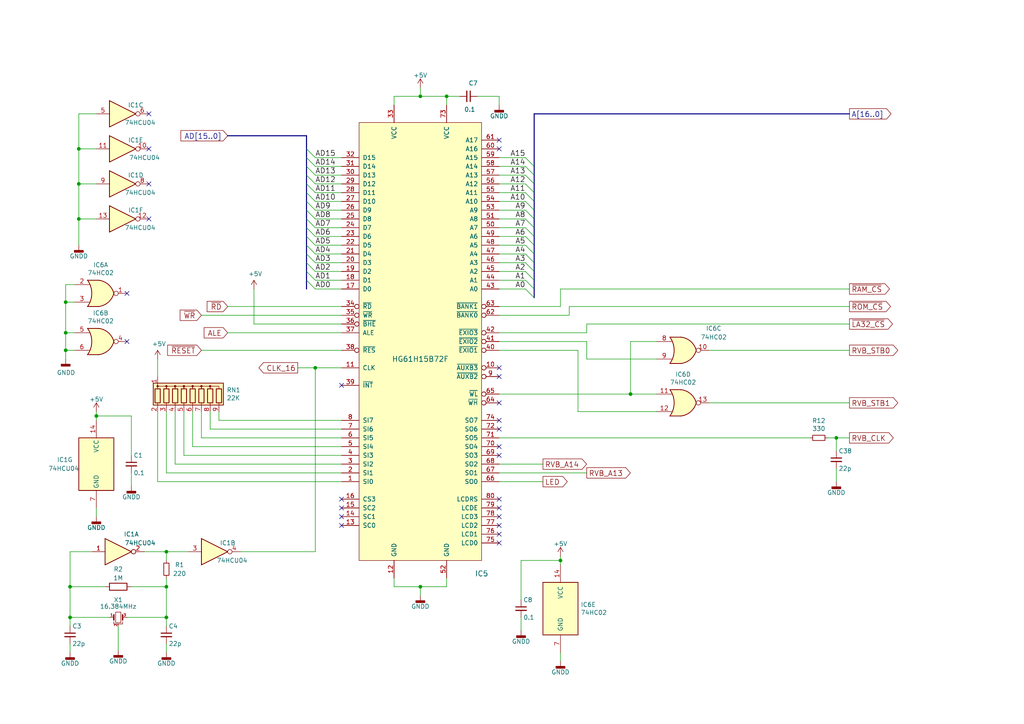
<source format=kicad_sch>
(kicad_sch (version 20211123) (generator eeschema)

  (uuid 046ca2d8-3ca1-4c64-8090-c45e9adcf30e)

  (paper "A4")

  (title_block
    (title "LAPC-I Clone")
  )

  (lib_symbols
    (symbol "74xx:74HC02" (pin_names (offset 1.016)) (in_bom yes) (on_board yes)
      (property "Reference" "U" (id 0) (at 0 1.27 0)
        (effects (font (size 1.27 1.27)))
      )
      (property "Value" "74HC02" (id 1) (at 0 -1.27 0)
        (effects (font (size 1.27 1.27)))
      )
      (property "Footprint" "" (id 2) (at 0 0 0)
        (effects (font (size 1.27 1.27)) hide)
      )
      (property "Datasheet" "http://www.ti.com/lit/gpn/sn74hc02" (id 3) (at 0 0 0)
        (effects (font (size 1.27 1.27)) hide)
      )
      (property "ki_locked" "" (id 4) (at 0 0 0)
        (effects (font (size 1.27 1.27)))
      )
      (property "ki_keywords" "HCMOS Nor2" (id 5) (at 0 0 0)
        (effects (font (size 1.27 1.27)) hide)
      )
      (property "ki_description" "quad 2-input NOR gate" (id 6) (at 0 0 0)
        (effects (font (size 1.27 1.27)) hide)
      )
      (property "ki_fp_filters" "SO14* DIP*W7.62mm*" (id 7) (at 0 0 0)
        (effects (font (size 1.27 1.27)) hide)
      )
      (symbol "74HC02_1_1"
        (arc (start -3.81 -3.81) (mid -2.589 0) (end -3.81 3.81)
          (stroke (width 0.254) (type default) (color 0 0 0 0))
          (fill (type none))
        )
        (arc (start -0.6096 -3.81) (mid 2.1855 -2.584) (end 3.81 0)
          (stroke (width 0.254) (type default) (color 0 0 0 0))
          (fill (type background))
        )
        (polyline
          (pts
            (xy -3.81 -3.81)
            (xy -0.635 -3.81)
          )
          (stroke (width 0.254) (type default) (color 0 0 0 0))
          (fill (type background))
        )
        (polyline
          (pts
            (xy -3.81 3.81)
            (xy -0.635 3.81)
          )
          (stroke (width 0.254) (type default) (color 0 0 0 0))
          (fill (type background))
        )
        (polyline
          (pts
            (xy -0.635 3.81)
            (xy -3.81 3.81)
            (xy -3.81 3.81)
            (xy -3.556 3.4036)
            (xy -3.0226 2.2606)
            (xy -2.6924 1.0414)
            (xy -2.6162 -0.254)
            (xy -2.7686 -1.4986)
            (xy -3.175 -2.7178)
            (xy -3.81 -3.81)
            (xy -3.81 -3.81)
            (xy -0.635 -3.81)
          )
          (stroke (width -25.4) (type default) (color 0 0 0 0))
          (fill (type background))
        )
        (arc (start 3.81 0) (mid 2.1928 2.5925) (end -0.6096 3.81)
          (stroke (width 0.254) (type default) (color 0 0 0 0))
          (fill (type background))
        )
        (pin output inverted (at 7.62 0 180) (length 3.81)
          (name "~" (effects (font (size 1.27 1.27))))
          (number "1" (effects (font (size 1.27 1.27))))
        )
        (pin input line (at -7.62 2.54 0) (length 4.318)
          (name "~" (effects (font (size 1.27 1.27))))
          (number "2" (effects (font (size 1.27 1.27))))
        )
        (pin input line (at -7.62 -2.54 0) (length 4.318)
          (name "~" (effects (font (size 1.27 1.27))))
          (number "3" (effects (font (size 1.27 1.27))))
        )
      )
      (symbol "74HC02_1_2"
        (arc (start 0 -3.81) (mid 3.81 0) (end 0 3.81)
          (stroke (width 0.254) (type default) (color 0 0 0 0))
          (fill (type background))
        )
        (polyline
          (pts
            (xy 0 3.81)
            (xy -3.81 3.81)
            (xy -3.81 -3.81)
            (xy 0 -3.81)
          )
          (stroke (width 0.254) (type default) (color 0 0 0 0))
          (fill (type background))
        )
        (pin output line (at 7.62 0 180) (length 3.81)
          (name "~" (effects (font (size 1.27 1.27))))
          (number "1" (effects (font (size 1.27 1.27))))
        )
        (pin input inverted (at -7.62 2.54 0) (length 3.81)
          (name "~" (effects (font (size 1.27 1.27))))
          (number "2" (effects (font (size 1.27 1.27))))
        )
        (pin input inverted (at -7.62 -2.54 0) (length 3.81)
          (name "~" (effects (font (size 1.27 1.27))))
          (number "3" (effects (font (size 1.27 1.27))))
        )
      )
      (symbol "74HC02_2_1"
        (arc (start -3.81 -3.81) (mid -2.589 0) (end -3.81 3.81)
          (stroke (width 0.254) (type default) (color 0 0 0 0))
          (fill (type none))
        )
        (arc (start -0.6096 -3.81) (mid 2.1855 -2.584) (end 3.81 0)
          (stroke (width 0.254) (type default) (color 0 0 0 0))
          (fill (type background))
        )
        (polyline
          (pts
            (xy -3.81 -3.81)
            (xy -0.635 -3.81)
          )
          (stroke (width 0.254) (type default) (color 0 0 0 0))
          (fill (type background))
        )
        (polyline
          (pts
            (xy -3.81 3.81)
            (xy -0.635 3.81)
          )
          (stroke (width 0.254) (type default) (color 0 0 0 0))
          (fill (type background))
        )
        (polyline
          (pts
            (xy -0.635 3.81)
            (xy -3.81 3.81)
            (xy -3.81 3.81)
            (xy -3.556 3.4036)
            (xy -3.0226 2.2606)
            (xy -2.6924 1.0414)
            (xy -2.6162 -0.254)
            (xy -2.7686 -1.4986)
            (xy -3.175 -2.7178)
            (xy -3.81 -3.81)
            (xy -3.81 -3.81)
            (xy -0.635 -3.81)
          )
          (stroke (width -25.4) (type default) (color 0 0 0 0))
          (fill (type background))
        )
        (arc (start 3.81 0) (mid 2.1928 2.5925) (end -0.6096 3.81)
          (stroke (width 0.254) (type default) (color 0 0 0 0))
          (fill (type background))
        )
        (pin output inverted (at 7.62 0 180) (length 3.81)
          (name "~" (effects (font (size 1.27 1.27))))
          (number "4" (effects (font (size 1.27 1.27))))
        )
        (pin input line (at -7.62 2.54 0) (length 4.318)
          (name "~" (effects (font (size 1.27 1.27))))
          (number "5" (effects (font (size 1.27 1.27))))
        )
        (pin input line (at -7.62 -2.54 0) (length 4.318)
          (name "~" (effects (font (size 1.27 1.27))))
          (number "6" (effects (font (size 1.27 1.27))))
        )
      )
      (symbol "74HC02_2_2"
        (arc (start 0 -3.81) (mid 3.81 0) (end 0 3.81)
          (stroke (width 0.254) (type default) (color 0 0 0 0))
          (fill (type background))
        )
        (polyline
          (pts
            (xy 0 3.81)
            (xy -3.81 3.81)
            (xy -3.81 -3.81)
            (xy 0 -3.81)
          )
          (stroke (width 0.254) (type default) (color 0 0 0 0))
          (fill (type background))
        )
        (pin output line (at 7.62 0 180) (length 3.81)
          (name "~" (effects (font (size 1.27 1.27))))
          (number "4" (effects (font (size 1.27 1.27))))
        )
        (pin input inverted (at -7.62 2.54 0) (length 3.81)
          (name "~" (effects (font (size 1.27 1.27))))
          (number "5" (effects (font (size 1.27 1.27))))
        )
        (pin input inverted (at -7.62 -2.54 0) (length 3.81)
          (name "~" (effects (font (size 1.27 1.27))))
          (number "6" (effects (font (size 1.27 1.27))))
        )
      )
      (symbol "74HC02_3_1"
        (arc (start -3.81 -3.81) (mid -2.589 0) (end -3.81 3.81)
          (stroke (width 0.254) (type default) (color 0 0 0 0))
          (fill (type none))
        )
        (arc (start -0.6096 -3.81) (mid 2.1855 -2.584) (end 3.81 0)
          (stroke (width 0.254) (type default) (color 0 0 0 0))
          (fill (type background))
        )
        (polyline
          (pts
            (xy -3.81 -3.81)
            (xy -0.635 -3.81)
          )
          (stroke (width 0.254) (type default) (color 0 0 0 0))
          (fill (type background))
        )
        (polyline
          (pts
            (xy -3.81 3.81)
            (xy -0.635 3.81)
          )
          (stroke (width 0.254) (type default) (color 0 0 0 0))
          (fill (type background))
        )
        (polyline
          (pts
            (xy -0.635 3.81)
            (xy -3.81 3.81)
            (xy -3.81 3.81)
            (xy -3.556 3.4036)
            (xy -3.0226 2.2606)
            (xy -2.6924 1.0414)
            (xy -2.6162 -0.254)
            (xy -2.7686 -1.4986)
            (xy -3.175 -2.7178)
            (xy -3.81 -3.81)
            (xy -3.81 -3.81)
            (xy -0.635 -3.81)
          )
          (stroke (width -25.4) (type default) (color 0 0 0 0))
          (fill (type background))
        )
        (arc (start 3.81 0) (mid 2.1928 2.5925) (end -0.6096 3.81)
          (stroke (width 0.254) (type default) (color 0 0 0 0))
          (fill (type background))
        )
        (pin output inverted (at 7.62 0 180) (length 3.81)
          (name "~" (effects (font (size 1.27 1.27))))
          (number "10" (effects (font (size 1.27 1.27))))
        )
        (pin input line (at -7.62 2.54 0) (length 4.318)
          (name "~" (effects (font (size 1.27 1.27))))
          (number "8" (effects (font (size 1.27 1.27))))
        )
        (pin input line (at -7.62 -2.54 0) (length 4.318)
          (name "~" (effects (font (size 1.27 1.27))))
          (number "9" (effects (font (size 1.27 1.27))))
        )
      )
      (symbol "74HC02_3_2"
        (arc (start 0 -3.81) (mid 3.81 0) (end 0 3.81)
          (stroke (width 0.254) (type default) (color 0 0 0 0))
          (fill (type background))
        )
        (polyline
          (pts
            (xy 0 3.81)
            (xy -3.81 3.81)
            (xy -3.81 -3.81)
            (xy 0 -3.81)
          )
          (stroke (width 0.254) (type default) (color 0 0 0 0))
          (fill (type background))
        )
        (pin output line (at 7.62 0 180) (length 3.81)
          (name "~" (effects (font (size 1.27 1.27))))
          (number "10" (effects (font (size 1.27 1.27))))
        )
        (pin input inverted (at -7.62 2.54 0) (length 3.81)
          (name "~" (effects (font (size 1.27 1.27))))
          (number "8" (effects (font (size 1.27 1.27))))
        )
        (pin input inverted (at -7.62 -2.54 0) (length 3.81)
          (name "~" (effects (font (size 1.27 1.27))))
          (number "9" (effects (font (size 1.27 1.27))))
        )
      )
      (symbol "74HC02_4_1"
        (arc (start -3.81 -3.81) (mid -2.589 0) (end -3.81 3.81)
          (stroke (width 0.254) (type default) (color 0 0 0 0))
          (fill (type none))
        )
        (arc (start -0.6096 -3.81) (mid 2.1855 -2.584) (end 3.81 0)
          (stroke (width 0.254) (type default) (color 0 0 0 0))
          (fill (type background))
        )
        (polyline
          (pts
            (xy -3.81 -3.81)
            (xy -0.635 -3.81)
          )
          (stroke (width 0.254) (type default) (color 0 0 0 0))
          (fill (type background))
        )
        (polyline
          (pts
            (xy -3.81 3.81)
            (xy -0.635 3.81)
          )
          (stroke (width 0.254) (type default) (color 0 0 0 0))
          (fill (type background))
        )
        (polyline
          (pts
            (xy -0.635 3.81)
            (xy -3.81 3.81)
            (xy -3.81 3.81)
            (xy -3.556 3.4036)
            (xy -3.0226 2.2606)
            (xy -2.6924 1.0414)
            (xy -2.6162 -0.254)
            (xy -2.7686 -1.4986)
            (xy -3.175 -2.7178)
            (xy -3.81 -3.81)
            (xy -3.81 -3.81)
            (xy -0.635 -3.81)
          )
          (stroke (width -25.4) (type default) (color 0 0 0 0))
          (fill (type background))
        )
        (arc (start 3.81 0) (mid 2.1928 2.5925) (end -0.6096 3.81)
          (stroke (width 0.254) (type default) (color 0 0 0 0))
          (fill (type background))
        )
        (pin input line (at -7.62 2.54 0) (length 4.318)
          (name "~" (effects (font (size 1.27 1.27))))
          (number "11" (effects (font (size 1.27 1.27))))
        )
        (pin input line (at -7.62 -2.54 0) (length 4.318)
          (name "~" (effects (font (size 1.27 1.27))))
          (number "12" (effects (font (size 1.27 1.27))))
        )
        (pin output inverted (at 7.62 0 180) (length 3.81)
          (name "~" (effects (font (size 1.27 1.27))))
          (number "13" (effects (font (size 1.27 1.27))))
        )
      )
      (symbol "74HC02_4_2"
        (arc (start 0 -3.81) (mid 3.81 0) (end 0 3.81)
          (stroke (width 0.254) (type default) (color 0 0 0 0))
          (fill (type background))
        )
        (polyline
          (pts
            (xy 0 3.81)
            (xy -3.81 3.81)
            (xy -3.81 -3.81)
            (xy 0 -3.81)
          )
          (stroke (width 0.254) (type default) (color 0 0 0 0))
          (fill (type background))
        )
        (pin input inverted (at -7.62 2.54 0) (length 3.81)
          (name "~" (effects (font (size 1.27 1.27))))
          (number "11" (effects (font (size 1.27 1.27))))
        )
        (pin input inverted (at -7.62 -2.54 0) (length 3.81)
          (name "~" (effects (font (size 1.27 1.27))))
          (number "12" (effects (font (size 1.27 1.27))))
        )
        (pin output line (at 7.62 0 180) (length 3.81)
          (name "~" (effects (font (size 1.27 1.27))))
          (number "13" (effects (font (size 1.27 1.27))))
        )
      )
      (symbol "74HC02_5_0"
        (pin power_in line (at 0 12.7 270) (length 5.08)
          (name "VCC" (effects (font (size 1.27 1.27))))
          (number "14" (effects (font (size 1.27 1.27))))
        )
        (pin power_in line (at 0 -12.7 90) (length 5.08)
          (name "GND" (effects (font (size 1.27 1.27))))
          (number "7" (effects (font (size 1.27 1.27))))
        )
      )
      (symbol "74HC02_5_1"
        (rectangle (start -5.08 7.62) (end 5.08 -7.62)
          (stroke (width 0.254) (type default) (color 0 0 0 0))
          (fill (type background))
        )
      )
    )
    (symbol "74xx:74HC04" (in_bom yes) (on_board yes)
      (property "Reference" "U" (id 0) (at 0 1.27 0)
        (effects (font (size 1.27 1.27)))
      )
      (property "Value" "74HC04" (id 1) (at 0 -1.27 0)
        (effects (font (size 1.27 1.27)))
      )
      (property "Footprint" "" (id 2) (at 0 0 0)
        (effects (font (size 1.27 1.27)) hide)
      )
      (property "Datasheet" "https://assets.nexperia.com/documents/data-sheet/74HC_HCT04.pdf" (id 3) (at 0 0 0)
        (effects (font (size 1.27 1.27)) hide)
      )
      (property "ki_locked" "" (id 4) (at 0 0 0)
        (effects (font (size 1.27 1.27)))
      )
      (property "ki_keywords" "HCMOS not inv" (id 5) (at 0 0 0)
        (effects (font (size 1.27 1.27)) hide)
      )
      (property "ki_description" "Hex Inverter" (id 6) (at 0 0 0)
        (effects (font (size 1.27 1.27)) hide)
      )
      (property "ki_fp_filters" "DIP*W7.62mm* SSOP?14* TSSOP?14*" (id 7) (at 0 0 0)
        (effects (font (size 1.27 1.27)) hide)
      )
      (symbol "74HC04_1_0"
        (polyline
          (pts
            (xy -3.81 3.81)
            (xy -3.81 -3.81)
            (xy 3.81 0)
            (xy -3.81 3.81)
          )
          (stroke (width 0.254) (type default) (color 0 0 0 0))
          (fill (type background))
        )
        (pin input line (at -7.62 0 0) (length 3.81)
          (name "~" (effects (font (size 1.27 1.27))))
          (number "1" (effects (font (size 1.27 1.27))))
        )
        (pin output inverted (at 7.62 0 180) (length 3.81)
          (name "~" (effects (font (size 1.27 1.27))))
          (number "2" (effects (font (size 1.27 1.27))))
        )
      )
      (symbol "74HC04_2_0"
        (polyline
          (pts
            (xy -3.81 3.81)
            (xy -3.81 -3.81)
            (xy 3.81 0)
            (xy -3.81 3.81)
          )
          (stroke (width 0.254) (type default) (color 0 0 0 0))
          (fill (type background))
        )
        (pin input line (at -7.62 0 0) (length 3.81)
          (name "~" (effects (font (size 1.27 1.27))))
          (number "3" (effects (font (size 1.27 1.27))))
        )
        (pin output inverted (at 7.62 0 180) (length 3.81)
          (name "~" (effects (font (size 1.27 1.27))))
          (number "4" (effects (font (size 1.27 1.27))))
        )
      )
      (symbol "74HC04_3_0"
        (polyline
          (pts
            (xy -3.81 3.81)
            (xy -3.81 -3.81)
            (xy 3.81 0)
            (xy -3.81 3.81)
          )
          (stroke (width 0.254) (type default) (color 0 0 0 0))
          (fill (type background))
        )
        (pin input line (at -7.62 0 0) (length 3.81)
          (name "~" (effects (font (size 1.27 1.27))))
          (number "5" (effects (font (size 1.27 1.27))))
        )
        (pin output inverted (at 7.62 0 180) (length 3.81)
          (name "~" (effects (font (size 1.27 1.27))))
          (number "6" (effects (font (size 1.27 1.27))))
        )
      )
      (symbol "74HC04_4_0"
        (polyline
          (pts
            (xy -3.81 3.81)
            (xy -3.81 -3.81)
            (xy 3.81 0)
            (xy -3.81 3.81)
          )
          (stroke (width 0.254) (type default) (color 0 0 0 0))
          (fill (type background))
        )
        (pin output inverted (at 7.62 0 180) (length 3.81)
          (name "~" (effects (font (size 1.27 1.27))))
          (number "8" (effects (font (size 1.27 1.27))))
        )
        (pin input line (at -7.62 0 0) (length 3.81)
          (name "~" (effects (font (size 1.27 1.27))))
          (number "9" (effects (font (size 1.27 1.27))))
        )
      )
      (symbol "74HC04_5_0"
        (polyline
          (pts
            (xy -3.81 3.81)
            (xy -3.81 -3.81)
            (xy 3.81 0)
            (xy -3.81 3.81)
          )
          (stroke (width 0.254) (type default) (color 0 0 0 0))
          (fill (type background))
        )
        (pin output inverted (at 7.62 0 180) (length 3.81)
          (name "~" (effects (font (size 1.27 1.27))))
          (number "10" (effects (font (size 1.27 1.27))))
        )
        (pin input line (at -7.62 0 0) (length 3.81)
          (name "~" (effects (font (size 1.27 1.27))))
          (number "11" (effects (font (size 1.27 1.27))))
        )
      )
      (symbol "74HC04_6_0"
        (polyline
          (pts
            (xy -3.81 3.81)
            (xy -3.81 -3.81)
            (xy 3.81 0)
            (xy -3.81 3.81)
          )
          (stroke (width 0.254) (type default) (color 0 0 0 0))
          (fill (type background))
        )
        (pin output inverted (at 7.62 0 180) (length 3.81)
          (name "~" (effects (font (size 1.27 1.27))))
          (number "12" (effects (font (size 1.27 1.27))))
        )
        (pin input line (at -7.62 0 0) (length 3.81)
          (name "~" (effects (font (size 1.27 1.27))))
          (number "13" (effects (font (size 1.27 1.27))))
        )
      )
      (symbol "74HC04_7_0"
        (pin power_in line (at 0 12.7 270) (length 5.08)
          (name "VCC" (effects (font (size 1.27 1.27))))
          (number "14" (effects (font (size 1.27 1.27))))
        )
        (pin power_in line (at 0 -12.7 90) (length 5.08)
          (name "GND" (effects (font (size 1.27 1.27))))
          (number "7" (effects (font (size 1.27 1.27))))
        )
      )
      (symbol "74HC04_7_1"
        (rectangle (start -5.08 7.62) (end 5.08 -7.62)
          (stroke (width 0.254) (type default) (color 0 0 0 0))
          (fill (type background))
        )
      )
    )
    (symbol "Device:C_Small" (pin_numbers hide) (pin_names (offset 0.254) hide) (in_bom yes) (on_board yes)
      (property "Reference" "C" (id 0) (at 0.254 1.778 0)
        (effects (font (size 1.27 1.27)) (justify left))
      )
      (property "Value" "C_Small" (id 1) (at 0.254 -2.032 0)
        (effects (font (size 1.27 1.27)) (justify left))
      )
      (property "Footprint" "" (id 2) (at 0 0 0)
        (effects (font (size 1.27 1.27)) hide)
      )
      (property "Datasheet" "~" (id 3) (at 0 0 0)
        (effects (font (size 1.27 1.27)) hide)
      )
      (property "ki_keywords" "capacitor cap" (id 4) (at 0 0 0)
        (effects (font (size 1.27 1.27)) hide)
      )
      (property "ki_description" "Unpolarized capacitor, small symbol" (id 5) (at 0 0 0)
        (effects (font (size 1.27 1.27)) hide)
      )
      (property "ki_fp_filters" "C_*" (id 6) (at 0 0 0)
        (effects (font (size 1.27 1.27)) hide)
      )
      (symbol "C_Small_0_1"
        (polyline
          (pts
            (xy -1.524 -0.508)
            (xy 1.524 -0.508)
          )
          (stroke (width 0.3302) (type default) (color 0 0 0 0))
          (fill (type none))
        )
        (polyline
          (pts
            (xy -1.524 0.508)
            (xy 1.524 0.508)
          )
          (stroke (width 0.3048) (type default) (color 0 0 0 0))
          (fill (type none))
        )
      )
      (symbol "C_Small_1_1"
        (pin passive line (at 0 2.54 270) (length 2.032)
          (name "~" (effects (font (size 1.27 1.27))))
          (number "1" (effects (font (size 1.27 1.27))))
        )
        (pin passive line (at 0 -2.54 90) (length 2.032)
          (name "~" (effects (font (size 1.27 1.27))))
          (number "2" (effects (font (size 1.27 1.27))))
        )
      )
    )
    (symbol "Device:Crystal_GND2_Small" (pin_names (offset 1.016) hide) (in_bom yes) (on_board yes)
      (property "Reference" "Y" (id 0) (at 0 5.08 0)
        (effects (font (size 1.27 1.27)))
      )
      (property "Value" "Crystal_GND2_Small" (id 1) (at 0 3.175 0)
        (effects (font (size 1.27 1.27)))
      )
      (property "Footprint" "" (id 2) (at 0 0 0)
        (effects (font (size 1.27 1.27)) hide)
      )
      (property "Datasheet" "~" (id 3) (at 0 0 0)
        (effects (font (size 1.27 1.27)) hide)
      )
      (property "ki_keywords" "quartz ceramic resonator oscillator" (id 4) (at 0 0 0)
        (effects (font (size 1.27 1.27)) hide)
      )
      (property "ki_description" "Three pin crystal, GND on pin 2, small symbol" (id 5) (at 0 0 0)
        (effects (font (size 1.27 1.27)) hide)
      )
      (property "ki_fp_filters" "Crystal*" (id 6) (at 0 0 0)
        (effects (font (size 1.27 1.27)) hide)
      )
      (symbol "Crystal_GND2_Small_0_1"
        (rectangle (start -0.762 -1.524) (end 0.762 1.524)
          (stroke (width 0) (type default) (color 0 0 0 0))
          (fill (type none))
        )
        (polyline
          (pts
            (xy -1.27 -0.762)
            (xy -1.27 0.762)
          )
          (stroke (width 0.381) (type default) (color 0 0 0 0))
          (fill (type none))
        )
        (polyline
          (pts
            (xy 1.27 -0.762)
            (xy 1.27 0.762)
          )
          (stroke (width 0.381) (type default) (color 0 0 0 0))
          (fill (type none))
        )
        (polyline
          (pts
            (xy -1.27 -1.27)
            (xy -1.27 -1.905)
            (xy 1.27 -1.905)
            (xy 1.27 -1.27)
          )
          (stroke (width 0) (type default) (color 0 0 0 0))
          (fill (type none))
        )
      )
      (symbol "Crystal_GND2_Small_1_1"
        (pin passive line (at -2.54 0 0) (length 1.27)
          (name "1" (effects (font (size 1.27 1.27))))
          (number "1" (effects (font (size 0.762 0.762))))
        )
        (pin passive line (at 0 -2.54 90) (length 0.635)
          (name "2" (effects (font (size 1.27 1.27))))
          (number "2" (effects (font (size 0.762 0.762))))
        )
        (pin passive line (at 2.54 0 180) (length 1.27)
          (name "3" (effects (font (size 1.27 1.27))))
          (number "3" (effects (font (size 0.762 0.762))))
        )
      )
    )
    (symbol "Device:R" (pin_numbers hide) (pin_names (offset 0)) (in_bom yes) (on_board yes)
      (property "Reference" "R" (id 0) (at 2.032 0 90)
        (effects (font (size 1.27 1.27)))
      )
      (property "Value" "R" (id 1) (at 0 0 90)
        (effects (font (size 1.27 1.27)))
      )
      (property "Footprint" "" (id 2) (at -1.778 0 90)
        (effects (font (size 1.27 1.27)) hide)
      )
      (property "Datasheet" "~" (id 3) (at 0 0 0)
        (effects (font (size 1.27 1.27)) hide)
      )
      (property "ki_keywords" "R res resistor" (id 4) (at 0 0 0)
        (effects (font (size 1.27 1.27)) hide)
      )
      (property "ki_description" "Resistor" (id 5) (at 0 0 0)
        (effects (font (size 1.27 1.27)) hide)
      )
      (property "ki_fp_filters" "R_*" (id 6) (at 0 0 0)
        (effects (font (size 1.27 1.27)) hide)
      )
      (symbol "R_0_1"
        (rectangle (start -1.016 -2.54) (end 1.016 2.54)
          (stroke (width 0.254) (type default) (color 0 0 0 0))
          (fill (type none))
        )
      )
      (symbol "R_1_1"
        (pin passive line (at 0 3.81 270) (length 1.27)
          (name "~" (effects (font (size 1.27 1.27))))
          (number "1" (effects (font (size 1.27 1.27))))
        )
        (pin passive line (at 0 -3.81 90) (length 1.27)
          (name "~" (effects (font (size 1.27 1.27))))
          (number "2" (effects (font (size 1.27 1.27))))
        )
      )
    )
    (symbol "Device:R_Network08" (pin_names (offset 0) hide) (in_bom yes) (on_board yes)
      (property "Reference" "RN" (id 0) (at -12.7 0 90)
        (effects (font (size 1.27 1.27)))
      )
      (property "Value" "R_Network08" (id 1) (at 10.16 0 90)
        (effects (font (size 1.27 1.27)))
      )
      (property "Footprint" "Resistor_THT:R_Array_SIP9" (id 2) (at 12.065 0 90)
        (effects (font (size 1.27 1.27)) hide)
      )
      (property "Datasheet" "http://www.vishay.com/docs/31509/csc.pdf" (id 3) (at 0 0 0)
        (effects (font (size 1.27 1.27)) hide)
      )
      (property "ki_keywords" "R network star-topology" (id 4) (at 0 0 0)
        (effects (font (size 1.27 1.27)) hide)
      )
      (property "ki_description" "8 resistor network, star topology, bussed resistors, small symbol" (id 5) (at 0 0 0)
        (effects (font (size 1.27 1.27)) hide)
      )
      (property "ki_fp_filters" "R?Array?SIP*" (id 6) (at 0 0 0)
        (effects (font (size 1.27 1.27)) hide)
      )
      (symbol "R_Network08_0_1"
        (rectangle (start -11.43 -3.175) (end 8.89 3.175)
          (stroke (width 0.254) (type default) (color 0 0 0 0))
          (fill (type background))
        )
        (rectangle (start -10.922 1.524) (end -9.398 -2.54)
          (stroke (width 0.254) (type default) (color 0 0 0 0))
          (fill (type none))
        )
        (circle (center -10.16 2.286) (radius 0.254)
          (stroke (width 0) (type default) (color 0 0 0 0))
          (fill (type outline))
        )
        (rectangle (start -8.382 1.524) (end -6.858 -2.54)
          (stroke (width 0.254) (type default) (color 0 0 0 0))
          (fill (type none))
        )
        (circle (center -7.62 2.286) (radius 0.254)
          (stroke (width 0) (type default) (color 0 0 0 0))
          (fill (type outline))
        )
        (rectangle (start -5.842 1.524) (end -4.318 -2.54)
          (stroke (width 0.254) (type default) (color 0 0 0 0))
          (fill (type none))
        )
        (circle (center -5.08 2.286) (radius 0.254)
          (stroke (width 0) (type default) (color 0 0 0 0))
          (fill (type outline))
        )
        (rectangle (start -3.302 1.524) (end -1.778 -2.54)
          (stroke (width 0.254) (type default) (color 0 0 0 0))
          (fill (type none))
        )
        (circle (center -2.54 2.286) (radius 0.254)
          (stroke (width 0) (type default) (color 0 0 0 0))
          (fill (type outline))
        )
        (rectangle (start -0.762 1.524) (end 0.762 -2.54)
          (stroke (width 0.254) (type default) (color 0 0 0 0))
          (fill (type none))
        )
        (polyline
          (pts
            (xy -10.16 -2.54)
            (xy -10.16 -3.81)
          )
          (stroke (width 0) (type default) (color 0 0 0 0))
          (fill (type none))
        )
        (polyline
          (pts
            (xy -7.62 -2.54)
            (xy -7.62 -3.81)
          )
          (stroke (width 0) (type default) (color 0 0 0 0))
          (fill (type none))
        )
        (polyline
          (pts
            (xy -5.08 -2.54)
            (xy -5.08 -3.81)
          )
          (stroke (width 0) (type default) (color 0 0 0 0))
          (fill (type none))
        )
        (polyline
          (pts
            (xy -2.54 -2.54)
            (xy -2.54 -3.81)
          )
          (stroke (width 0) (type default) (color 0 0 0 0))
          (fill (type none))
        )
        (polyline
          (pts
            (xy 0 -2.54)
            (xy 0 -3.81)
          )
          (stroke (width 0) (type default) (color 0 0 0 0))
          (fill (type none))
        )
        (polyline
          (pts
            (xy 2.54 -2.54)
            (xy 2.54 -3.81)
          )
          (stroke (width 0) (type default) (color 0 0 0 0))
          (fill (type none))
        )
        (polyline
          (pts
            (xy 5.08 -2.54)
            (xy 5.08 -3.81)
          )
          (stroke (width 0) (type default) (color 0 0 0 0))
          (fill (type none))
        )
        (polyline
          (pts
            (xy 7.62 -2.54)
            (xy 7.62 -3.81)
          )
          (stroke (width 0) (type default) (color 0 0 0 0))
          (fill (type none))
        )
        (polyline
          (pts
            (xy -10.16 1.524)
            (xy -10.16 2.286)
            (xy -7.62 2.286)
            (xy -7.62 1.524)
          )
          (stroke (width 0) (type default) (color 0 0 0 0))
          (fill (type none))
        )
        (polyline
          (pts
            (xy -7.62 1.524)
            (xy -7.62 2.286)
            (xy -5.08 2.286)
            (xy -5.08 1.524)
          )
          (stroke (width 0) (type default) (color 0 0 0 0))
          (fill (type none))
        )
        (polyline
          (pts
            (xy -5.08 1.524)
            (xy -5.08 2.286)
            (xy -2.54 2.286)
            (xy -2.54 1.524)
          )
          (stroke (width 0) (type default) (color 0 0 0 0))
          (fill (type none))
        )
        (polyline
          (pts
            (xy -2.54 1.524)
            (xy -2.54 2.286)
            (xy 0 2.286)
            (xy 0 1.524)
          )
          (stroke (width 0) (type default) (color 0 0 0 0))
          (fill (type none))
        )
        (polyline
          (pts
            (xy 0 1.524)
            (xy 0 2.286)
            (xy 2.54 2.286)
            (xy 2.54 1.524)
          )
          (stroke (width 0) (type default) (color 0 0 0 0))
          (fill (type none))
        )
        (polyline
          (pts
            (xy 2.54 1.524)
            (xy 2.54 2.286)
            (xy 5.08 2.286)
            (xy 5.08 1.524)
          )
          (stroke (width 0) (type default) (color 0 0 0 0))
          (fill (type none))
        )
        (polyline
          (pts
            (xy 5.08 1.524)
            (xy 5.08 2.286)
            (xy 7.62 2.286)
            (xy 7.62 1.524)
          )
          (stroke (width 0) (type default) (color 0 0 0 0))
          (fill (type none))
        )
        (circle (center 0 2.286) (radius 0.254)
          (stroke (width 0) (type default) (color 0 0 0 0))
          (fill (type outline))
        )
        (rectangle (start 1.778 1.524) (end 3.302 -2.54)
          (stroke (width 0.254) (type default) (color 0 0 0 0))
          (fill (type none))
        )
        (circle (center 2.54 2.286) (radius 0.254)
          (stroke (width 0) (type default) (color 0 0 0 0))
          (fill (type outline))
        )
        (rectangle (start 4.318 1.524) (end 5.842 -2.54)
          (stroke (width 0.254) (type default) (color 0 0 0 0))
          (fill (type none))
        )
        (circle (center 5.08 2.286) (radius 0.254)
          (stroke (width 0) (type default) (color 0 0 0 0))
          (fill (type outline))
        )
        (rectangle (start 6.858 1.524) (end 8.382 -2.54)
          (stroke (width 0.254) (type default) (color 0 0 0 0))
          (fill (type none))
        )
      )
      (symbol "R_Network08_1_1"
        (pin passive line (at -10.16 5.08 270) (length 2.54)
          (name "common" (effects (font (size 1.27 1.27))))
          (number "1" (effects (font (size 1.27 1.27))))
        )
        (pin passive line (at -10.16 -5.08 90) (length 1.27)
          (name "R1" (effects (font (size 1.27 1.27))))
          (number "2" (effects (font (size 1.27 1.27))))
        )
        (pin passive line (at -7.62 -5.08 90) (length 1.27)
          (name "R2" (effects (font (size 1.27 1.27))))
          (number "3" (effects (font (size 1.27 1.27))))
        )
        (pin passive line (at -5.08 -5.08 90) (length 1.27)
          (name "R3" (effects (font (size 1.27 1.27))))
          (number "4" (effects (font (size 1.27 1.27))))
        )
        (pin passive line (at -2.54 -5.08 90) (length 1.27)
          (name "R4" (effects (font (size 1.27 1.27))))
          (number "5" (effects (font (size 1.27 1.27))))
        )
        (pin passive line (at 0 -5.08 90) (length 1.27)
          (name "R5" (effects (font (size 1.27 1.27))))
          (number "6" (effects (font (size 1.27 1.27))))
        )
        (pin passive line (at 2.54 -5.08 90) (length 1.27)
          (name "R6" (effects (font (size 1.27 1.27))))
          (number "7" (effects (font (size 1.27 1.27))))
        )
        (pin passive line (at 5.08 -5.08 90) (length 1.27)
          (name "R7" (effects (font (size 1.27 1.27))))
          (number "8" (effects (font (size 1.27 1.27))))
        )
        (pin passive line (at 7.62 -5.08 90) (length 1.27)
          (name "R8" (effects (font (size 1.27 1.27))))
          (number "9" (effects (font (size 1.27 1.27))))
        )
      )
    )
    (symbol "Device:R_Small" (pin_numbers hide) (pin_names (offset 0.254) hide) (in_bom yes) (on_board yes)
      (property "Reference" "R" (id 0) (at 0.762 0.508 0)
        (effects (font (size 1.27 1.27)) (justify left))
      )
      (property "Value" "R_Small" (id 1) (at 0.762 -1.016 0)
        (effects (font (size 1.27 1.27)) (justify left))
      )
      (property "Footprint" "" (id 2) (at 0 0 0)
        (effects (font (size 1.27 1.27)) hide)
      )
      (property "Datasheet" "~" (id 3) (at 0 0 0)
        (effects (font (size 1.27 1.27)) hide)
      )
      (property "ki_keywords" "R resistor" (id 4) (at 0 0 0)
        (effects (font (size 1.27 1.27)) hide)
      )
      (property "ki_description" "Resistor, small symbol" (id 5) (at 0 0 0)
        (effects (font (size 1.27 1.27)) hide)
      )
      (property "ki_fp_filters" "R_*" (id 6) (at 0 0 0)
        (effects (font (size 1.27 1.27)) hide)
      )
      (symbol "R_Small_0_1"
        (rectangle (start -0.762 1.778) (end 0.762 -1.778)
          (stroke (width 0.2032) (type default) (color 0 0 0 0))
          (fill (type none))
        )
      )
      (symbol "R_Small_1_1"
        (pin passive line (at 0 2.54 270) (length 0.762)
          (name "~" (effects (font (size 1.27 1.27))))
          (number "1" (effects (font (size 1.27 1.27))))
        )
        (pin passive line (at 0 -2.54 90) (length 0.762)
          (name "~" (effects (font (size 1.27 1.27))))
          (number "2" (effects (font (size 1.27 1.27))))
        )
      )
    )
    (symbol "lapci_clone:HG61H15B72F" (pin_names (offset 1.016)) (in_bom yes) (on_board yes)
      (property "Reference" "U" (id 0) (at 16.51 -60.96 0)
        (effects (font (size 1.524 1.524)))
      )
      (property "Value" "HG61H15B72F" (id 1) (at 0 0 0)
        (effects (font (size 1.524 1.524)))
      )
      (property "Footprint" "" (id 2) (at 0 30.48 0)
        (effects (font (size 1.524 1.524)) hide)
      )
      (property "Datasheet" "" (id 3) (at 0 30.48 0)
        (effects (font (size 1.524 1.524)) hide)
      )
      (symbol "HG61H15B72F_0_1"
        (rectangle (start -17.78 68.58) (end 17.78 -58.42)
          (stroke (width 0) (type default) (color 0 0 0 0))
          (fill (type background))
        )
      )
      (symbol "HG61H15B72F_1_1"
        (pin input line (at -22.86 -35.56 0) (length 5.08)
          (name "SI0" (effects (font (size 1.27 1.27))))
          (number "1" (effects (font (size 1.27 1.27))))
        )
        (pin output inverted (at 22.86 -2.54 180) (length 5.08)
          (name "~{AUXB3}" (effects (font (size 1.27 1.27))))
          (number "10" (effects (font (size 1.27 1.27))))
        )
        (pin input line (at -22.86 -2.54 0) (length 5.08)
          (name "CLK" (effects (font (size 1.27 1.27))))
          (number "11" (effects (font (size 1.27 1.27))))
        )
        (pin power_in line (at -7.62 -63.5 90) (length 5.08)
          (name "GND" (effects (font (size 1.27 1.27))))
          (number "12" (effects (font (size 1.27 1.27))))
        )
        (pin output line (at -22.86 -48.26 0) (length 5.08)
          (name "SC0" (effects (font (size 1.27 1.27))))
          (number "13" (effects (font (size 1.27 1.27))))
        )
        (pin output line (at -22.86 -45.72 0) (length 5.08)
          (name "SC1" (effects (font (size 1.27 1.27))))
          (number "14" (effects (font (size 1.27 1.27))))
        )
        (pin output line (at -22.86 -43.18 0) (length 5.08)
          (name "SC2" (effects (font (size 1.27 1.27))))
          (number "15" (effects (font (size 1.27 1.27))))
        )
        (pin output line (at -22.86 -40.64 0) (length 5.08)
          (name "CS3" (effects (font (size 1.27 1.27))))
          (number "16" (effects (font (size 1.27 1.27))))
        )
        (pin input line (at -22.86 20.32 0) (length 5.08)
          (name "D0" (effects (font (size 1.27 1.27))))
          (number "17" (effects (font (size 1.27 1.27))))
        )
        (pin input line (at -22.86 22.86 0) (length 5.08)
          (name "D1" (effects (font (size 1.27 1.27))))
          (number "18" (effects (font (size 1.27 1.27))))
        )
        (pin input line (at -22.86 25.4 0) (length 5.08)
          (name "D2" (effects (font (size 1.27 1.27))))
          (number "19" (effects (font (size 1.27 1.27))))
        )
        (pin input line (at -22.86 -33.02 0) (length 5.08)
          (name "SI1" (effects (font (size 1.27 1.27))))
          (number "2" (effects (font (size 1.27 1.27))))
        )
        (pin input line (at -22.86 27.94 0) (length 5.08)
          (name "D3" (effects (font (size 1.27 1.27))))
          (number "20" (effects (font (size 1.27 1.27))))
        )
        (pin input line (at -22.86 30.48 0) (length 5.08)
          (name "D4" (effects (font (size 1.27 1.27))))
          (number "21" (effects (font (size 1.27 1.27))))
        )
        (pin input line (at -22.86 33.02 0) (length 5.08)
          (name "D5" (effects (font (size 1.27 1.27))))
          (number "22" (effects (font (size 1.27 1.27))))
        )
        (pin input line (at -22.86 35.56 0) (length 5.08)
          (name "D6" (effects (font (size 1.27 1.27))))
          (number "23" (effects (font (size 1.27 1.27))))
        )
        (pin input line (at -22.86 38.1 0) (length 5.08)
          (name "D7" (effects (font (size 1.27 1.27))))
          (number "24" (effects (font (size 1.27 1.27))))
        )
        (pin input line (at -22.86 40.64 0) (length 5.08)
          (name "D8" (effects (font (size 1.27 1.27))))
          (number "25" (effects (font (size 1.27 1.27))))
        )
        (pin input line (at -22.86 43.18 0) (length 5.08)
          (name "D9" (effects (font (size 1.27 1.27))))
          (number "26" (effects (font (size 1.27 1.27))))
        )
        (pin input line (at -22.86 45.72 0) (length 5.08)
          (name "D10" (effects (font (size 1.27 1.27))))
          (number "27" (effects (font (size 1.27 1.27))))
        )
        (pin input line (at -22.86 48.26 0) (length 5.08)
          (name "D11" (effects (font (size 1.27 1.27))))
          (number "28" (effects (font (size 1.27 1.27))))
        )
        (pin input line (at -22.86 50.8 0) (length 5.08)
          (name "D12" (effects (font (size 1.27 1.27))))
          (number "29" (effects (font (size 1.27 1.27))))
        )
        (pin input line (at -22.86 -30.48 0) (length 5.08)
          (name "SI2" (effects (font (size 1.27 1.27))))
          (number "3" (effects (font (size 1.27 1.27))))
        )
        (pin input line (at -22.86 53.34 0) (length 5.08)
          (name "D13" (effects (font (size 1.27 1.27))))
          (number "30" (effects (font (size 1.27 1.27))))
        )
        (pin input line (at -22.86 55.88 0) (length 5.08)
          (name "D14" (effects (font (size 1.27 1.27))))
          (number "31" (effects (font (size 1.27 1.27))))
        )
        (pin input line (at -22.86 58.42 0) (length 5.08)
          (name "D15" (effects (font (size 1.27 1.27))))
          (number "32" (effects (font (size 1.27 1.27))))
        )
        (pin power_in line (at -7.62 73.66 270) (length 5.08)
          (name "VCC" (effects (font (size 1.27 1.27))))
          (number "33" (effects (font (size 1.27 1.27))))
        )
        (pin input inverted (at -22.86 15.24 0) (length 5.08)
          (name "~{RD}" (effects (font (size 1.27 1.27))))
          (number "34" (effects (font (size 1.27 1.27))))
        )
        (pin input inverted (at -22.86 12.7 0) (length 5.08)
          (name "~{WR}" (effects (font (size 1.27 1.27))))
          (number "35" (effects (font (size 1.27 1.27))))
        )
        (pin input inverted (at -22.86 10.16 0) (length 5.08)
          (name "~{BHE}" (effects (font (size 1.27 1.27))))
          (number "36" (effects (font (size 1.27 1.27))))
        )
        (pin input line (at -22.86 7.62 0) (length 5.08)
          (name "ALE" (effects (font (size 1.27 1.27))))
          (number "37" (effects (font (size 1.27 1.27))))
        )
        (pin input inverted (at -22.86 2.54 0) (length 5.08)
          (name "~{RES}" (effects (font (size 1.27 1.27))))
          (number "38" (effects (font (size 1.27 1.27))))
        )
        (pin output line (at -22.86 -7.62 0) (length 5.08)
          (name "~{INT}" (effects (font (size 1.27 1.27))))
          (number "39" (effects (font (size 1.27 1.27))))
        )
        (pin input line (at -22.86 -27.94 0) (length 5.08)
          (name "SI3" (effects (font (size 1.27 1.27))))
          (number "4" (effects (font (size 1.27 1.27))))
        )
        (pin output inverted (at 22.86 2.54 180) (length 5.08)
          (name "~{EXIO1}" (effects (font (size 1.27 1.27))))
          (number "40" (effects (font (size 1.27 1.27))))
        )
        (pin output inverted (at 22.86 5.08 180) (length 5.08)
          (name "~{EXIO2}" (effects (font (size 1.27 1.27))))
          (number "41" (effects (font (size 1.27 1.27))))
        )
        (pin output inverted (at 22.86 7.62 180) (length 5.08)
          (name "~{EXIO3}" (effects (font (size 1.27 1.27))))
          (number "42" (effects (font (size 1.27 1.27))))
        )
        (pin output line (at 22.86 20.32 180) (length 5.08)
          (name "A0" (effects (font (size 1.27 1.27))))
          (number "43" (effects (font (size 1.27 1.27))))
        )
        (pin output line (at 22.86 22.86 180) (length 5.08)
          (name "A1" (effects (font (size 1.27 1.27))))
          (number "44" (effects (font (size 1.27 1.27))))
        )
        (pin output line (at 22.86 25.4 180) (length 5.08)
          (name "A2" (effects (font (size 1.27 1.27))))
          (number "45" (effects (font (size 1.27 1.27))))
        )
        (pin output line (at 22.86 27.94 180) (length 5.08)
          (name "A3" (effects (font (size 1.27 1.27))))
          (number "46" (effects (font (size 1.27 1.27))))
        )
        (pin output line (at 22.86 30.48 180) (length 5.08)
          (name "A4" (effects (font (size 1.27 1.27))))
          (number "47" (effects (font (size 1.27 1.27))))
        )
        (pin output line (at 22.86 33.02 180) (length 5.08)
          (name "A5" (effects (font (size 1.27 1.27))))
          (number "48" (effects (font (size 1.27 1.27))))
        )
        (pin output line (at 22.86 35.56 180) (length 5.08)
          (name "A6" (effects (font (size 1.27 1.27))))
          (number "49" (effects (font (size 1.27 1.27))))
        )
        (pin input line (at -22.86 -25.4 0) (length 5.08)
          (name "SI4" (effects (font (size 1.27 1.27))))
          (number "5" (effects (font (size 1.27 1.27))))
        )
        (pin output line (at 22.86 38.1 180) (length 5.08)
          (name "A7" (effects (font (size 1.27 1.27))))
          (number "50" (effects (font (size 1.27 1.27))))
        )
        (pin output line (at 22.86 40.64 180) (length 5.08)
          (name "A8" (effects (font (size 1.27 1.27))))
          (number "51" (effects (font (size 1.27 1.27))))
        )
        (pin power_out line (at 7.62 -63.5 90) (length 5.08)
          (name "GND" (effects (font (size 1.27 1.27))))
          (number "52" (effects (font (size 1.27 1.27))))
        )
        (pin output line (at 22.86 43.18 180) (length 5.08)
          (name "A9" (effects (font (size 1.27 1.27))))
          (number "53" (effects (font (size 1.27 1.27))))
        )
        (pin output line (at 22.86 45.72 180) (length 5.08)
          (name "A10" (effects (font (size 1.27 1.27))))
          (number "54" (effects (font (size 1.27 1.27))))
        )
        (pin output line (at 22.86 48.26 180) (length 5.08)
          (name "A11" (effects (font (size 1.27 1.27))))
          (number "55" (effects (font (size 1.27 1.27))))
        )
        (pin output line (at 22.86 50.8 180) (length 5.08)
          (name "A12" (effects (font (size 1.27 1.27))))
          (number "56" (effects (font (size 1.27 1.27))))
        )
        (pin output line (at 22.86 53.34 180) (length 5.08)
          (name "A13" (effects (font (size 1.27 1.27))))
          (number "57" (effects (font (size 1.27 1.27))))
        )
        (pin output line (at 22.86 55.88 180) (length 5.08)
          (name "A14" (effects (font (size 1.27 1.27))))
          (number "58" (effects (font (size 1.27 1.27))))
        )
        (pin output line (at 22.86 58.42 180) (length 5.08)
          (name "A15" (effects (font (size 1.27 1.27))))
          (number "59" (effects (font (size 1.27 1.27))))
        )
        (pin input line (at -22.86 -22.86 0) (length 5.08)
          (name "SI5" (effects (font (size 1.27 1.27))))
          (number "6" (effects (font (size 1.27 1.27))))
        )
        (pin output line (at 22.86 60.96 180) (length 5.08)
          (name "A16" (effects (font (size 1.27 1.27))))
          (number "60" (effects (font (size 1.27 1.27))))
        )
        (pin output line (at 22.86 63.5 180) (length 5.08)
          (name "A17" (effects (font (size 1.27 1.27))))
          (number "61" (effects (font (size 1.27 1.27))))
        )
        (pin output inverted (at 22.86 12.7 180) (length 5.08)
          (name "~{BANK0}" (effects (font (size 1.27 1.27))))
          (number "62" (effects (font (size 1.27 1.27))))
        )
        (pin output inverted (at 22.86 15.24 180) (length 5.08)
          (name "~{BANK1}" (effects (font (size 1.27 1.27))))
          (number "63" (effects (font (size 1.27 1.27))))
        )
        (pin output inverted (at 22.86 -12.7 180) (length 5.08)
          (name "~{WH}" (effects (font (size 1.27 1.27))))
          (number "64" (effects (font (size 1.27 1.27))))
        )
        (pin output inverted (at 22.86 -10.16 180) (length 5.08)
          (name "~{WL}" (effects (font (size 1.27 1.27))))
          (number "65" (effects (font (size 1.27 1.27))))
        )
        (pin output line (at 22.86 -35.56 180) (length 5.08)
          (name "SO0" (effects (font (size 1.27 1.27))))
          (number "66" (effects (font (size 1.27 1.27))))
        )
        (pin output line (at 22.86 -33.02 180) (length 5.08)
          (name "SO1" (effects (font (size 1.27 1.27))))
          (number "67" (effects (font (size 1.27 1.27))))
        )
        (pin output line (at 22.86 -30.48 180) (length 5.08)
          (name "SO2" (effects (font (size 1.27 1.27))))
          (number "68" (effects (font (size 1.27 1.27))))
        )
        (pin output line (at 22.86 -27.94 180) (length 5.08)
          (name "SO3" (effects (font (size 1.27 1.27))))
          (number "69" (effects (font (size 1.27 1.27))))
        )
        (pin input line (at -22.86 -20.32 0) (length 5.08)
          (name "SI6" (effects (font (size 1.27 1.27))))
          (number "7" (effects (font (size 1.27 1.27))))
        )
        (pin output line (at 22.86 -25.4 180) (length 5.08)
          (name "SO4" (effects (font (size 1.27 1.27))))
          (number "70" (effects (font (size 1.27 1.27))))
        )
        (pin output line (at 22.86 -22.86 180) (length 5.08)
          (name "SO5" (effects (font (size 1.27 1.27))))
          (number "71" (effects (font (size 1.27 1.27))))
        )
        (pin output line (at 22.86 -20.32 180) (length 5.08)
          (name "SO6" (effects (font (size 1.27 1.27))))
          (number "72" (effects (font (size 1.27 1.27))))
        )
        (pin power_in line (at 7.62 73.66 270) (length 5.08)
          (name "VCC" (effects (font (size 1.27 1.27))))
          (number "73" (effects (font (size 1.27 1.27))))
        )
        (pin output line (at 22.86 -17.78 180) (length 5.08)
          (name "SO7" (effects (font (size 1.27 1.27))))
          (number "74" (effects (font (size 1.27 1.27))))
        )
        (pin output line (at 22.86 -53.34 180) (length 5.08)
          (name "LCD0" (effects (font (size 1.27 1.27))))
          (number "75" (effects (font (size 1.27 1.27))))
        )
        (pin output line (at 22.86 -50.8 180) (length 5.08)
          (name "LCD1" (effects (font (size 1.27 1.27))))
          (number "76" (effects (font (size 1.27 1.27))))
        )
        (pin output line (at 22.86 -48.26 180) (length 5.08)
          (name "LCD2" (effects (font (size 1.27 1.27))))
          (number "77" (effects (font (size 1.27 1.27))))
        )
        (pin output line (at 22.86 -45.72 180) (length 5.08)
          (name "LCD3" (effects (font (size 1.27 1.27))))
          (number "78" (effects (font (size 1.27 1.27))))
        )
        (pin output line (at 22.86 -43.18 180) (length 5.08)
          (name "LCDE" (effects (font (size 1.27 1.27))))
          (number "79" (effects (font (size 1.27 1.27))))
        )
        (pin input line (at -22.86 -17.78 0) (length 5.08)
          (name "SI7" (effects (font (size 1.27 1.27))))
          (number "8" (effects (font (size 1.27 1.27))))
        )
        (pin output line (at 22.86 -40.64 180) (length 5.08)
          (name "LCDRS" (effects (font (size 1.27 1.27))))
          (number "80" (effects (font (size 1.27 1.27))))
        )
        (pin output inverted (at 22.86 -5.08 180) (length 5.08)
          (name "~{AUXB2}" (effects (font (size 1.27 1.27))))
          (number "9" (effects (font (size 1.27 1.27))))
        )
      )
    )
    (symbol "power:+5V" (power) (pin_names (offset 0)) (in_bom yes) (on_board yes)
      (property "Reference" "#PWR" (id 0) (at 0 -3.81 0)
        (effects (font (size 1.27 1.27)) hide)
      )
      (property "Value" "+5V" (id 1) (at 0 3.556 0)
        (effects (font (size 1.27 1.27)))
      )
      (property "Footprint" "" (id 2) (at 0 0 0)
        (effects (font (size 1.27 1.27)) hide)
      )
      (property "Datasheet" "" (id 3) (at 0 0 0)
        (effects (font (size 1.27 1.27)) hide)
      )
      (property "ki_keywords" "power-flag" (id 4) (at 0 0 0)
        (effects (font (size 1.27 1.27)) hide)
      )
      (property "ki_description" "Power symbol creates a global label with name \"+5V\"" (id 5) (at 0 0 0)
        (effects (font (size 1.27 1.27)) hide)
      )
      (symbol "+5V_0_1"
        (polyline
          (pts
            (xy -0.762 1.27)
            (xy 0 2.54)
          )
          (stroke (width 0) (type default) (color 0 0 0 0))
          (fill (type none))
        )
        (polyline
          (pts
            (xy 0 0)
            (xy 0 2.54)
          )
          (stroke (width 0) (type default) (color 0 0 0 0))
          (fill (type none))
        )
        (polyline
          (pts
            (xy 0 2.54)
            (xy 0.762 1.27)
          )
          (stroke (width 0) (type default) (color 0 0 0 0))
          (fill (type none))
        )
      )
      (symbol "+5V_1_1"
        (pin power_in line (at 0 0 90) (length 0) hide
          (name "+5V" (effects (font (size 1.27 1.27))))
          (number "1" (effects (font (size 1.27 1.27))))
        )
      )
    )
    (symbol "power:GNDD" (power) (pin_names (offset 0)) (in_bom yes) (on_board yes)
      (property "Reference" "#PWR" (id 0) (at 0 -6.35 0)
        (effects (font (size 1.27 1.27)) hide)
      )
      (property "Value" "GNDD" (id 1) (at 0 -3.175 0)
        (effects (font (size 1.27 1.27)))
      )
      (property "Footprint" "" (id 2) (at 0 0 0)
        (effects (font (size 1.27 1.27)) hide)
      )
      (property "Datasheet" "" (id 3) (at 0 0 0)
        (effects (font (size 1.27 1.27)) hide)
      )
      (property "ki_keywords" "power-flag" (id 4) (at 0 0 0)
        (effects (font (size 1.27 1.27)) hide)
      )
      (property "ki_description" "Power symbol creates a global label with name \"GNDD\" , digital ground" (id 5) (at 0 0 0)
        (effects (font (size 1.27 1.27)) hide)
      )
      (symbol "GNDD_0_1"
        (rectangle (start -1.27 -1.524) (end 1.27 -2.032)
          (stroke (width 0.254) (type default) (color 0 0 0 0))
          (fill (type outline))
        )
        (polyline
          (pts
            (xy 0 0)
            (xy 0 -1.524)
          )
          (stroke (width 0) (type default) (color 0 0 0 0))
          (fill (type none))
        )
      )
      (symbol "GNDD_1_1"
        (pin power_in line (at 0 0 270) (length 0) hide
          (name "GNDD" (effects (font (size 1.27 1.27))))
          (number "1" (effects (font (size 1.27 1.27))))
        )
      )
    )
  )

  (junction (at 22.86 63.5) (diameter 0) (color 0 0 0 0)
    (uuid 0b43a8fb-b3d3-4444-a4b0-cf952c07dcfe)
  )
  (junction (at 48.26 179.07) (diameter 0) (color 0 0 0 0)
    (uuid 1a85ffd6-ef8b-418f-990e-456d1ffab00e)
  )
  (junction (at 22.86 43.18) (diameter 0) (color 0 0 0 0)
    (uuid 1c92f382-4ec3-478f-a1ca-afadd3087787)
  )
  (junction (at 162.56 162.56) (diameter 0) (color 0 0 0 0)
    (uuid 20e1c48c-ae14-4a88-835e-87633cbb6a1c)
  )
  (junction (at 91.44 106.68) (diameter 0) (color 0 0 0 0)
    (uuid 54d76293-1ce2-46f8-9be7-a3d7f9f28112)
  )
  (junction (at 19.05 96.52) (diameter 0) (color 0 0 0 0)
    (uuid 7684f860-395c-40b3-8cc0-a644dcdbc220)
  )
  (junction (at 48.26 170.18) (diameter 0) (color 0 0 0 0)
    (uuid 835d4ac3-3fb1-48d9-8c28-6093fe917376)
  )
  (junction (at 182.88 114.3) (diameter 0) (color 0 0 0 0)
    (uuid 897277a3-b7ce-4d18-8c5f-1c984a246298)
  )
  (junction (at 48.26 160.02) (diameter 0) (color 0 0 0 0)
    (uuid 926b329f-cd0d-410a-bc4a-e36446f8965a)
  )
  (junction (at 19.05 101.6) (diameter 0) (color 0 0 0 0)
    (uuid aaf0fd50-bb22-4408-be5a-88f5ba4193be)
  )
  (junction (at 242.57 127) (diameter 0) (color 0 0 0 0)
    (uuid cc5561df-9d20-4574-af60-64f10025a0ed)
  )
  (junction (at 129.54 27.94) (diameter 0) (color 0 0 0 0)
    (uuid cfcae4a3-5d05-48fe-9a5f-9dcd4da4bd65)
  )
  (junction (at 22.86 53.34) (diameter 0) (color 0 0 0 0)
    (uuid d5b0938b-9efb-4b58-8ac4-d92da9ed2e30)
  )
  (junction (at 121.92 170.18) (diameter 0) (color 0 0 0 0)
    (uuid d70bfdec-de0f-45e5-9452-2cd5d12b83b9)
  )
  (junction (at 27.94 120.65) (diameter 0) (color 0 0 0 0)
    (uuid d9ad01c4-9416-4b1f-8447-afc1d446fa8a)
  )
  (junction (at 19.05 87.63) (diameter 0) (color 0 0 0 0)
    (uuid dbfb14d7-1f97-4dd2-9004-1d129d3b4221)
  )
  (junction (at 20.32 179.07) (diameter 0) (color 0 0 0 0)
    (uuid e0692317-3143-4681-97c6-8fbe46592f31)
  )
  (junction (at 20.32 170.18) (diameter 0) (color 0 0 0 0)
    (uuid e2df2a45-3811-4210-89e0-9a66f3cb9430)
  )
  (junction (at 121.92 27.94) (diameter 0) (color 0 0 0 0)
    (uuid f1128c56-7c01-4d79-834b-ceab4dc35180)
  )

  (no_connect (at 144.78 144.78) (uuid 058e77a4-10af-4bc8-a984-5984d3bbee4c))
  (no_connect (at 144.78 116.84) (uuid 0a79db37-f1d9-40b1-a24d-8bdfb8f637e2))
  (no_connect (at 144.78 109.22) (uuid 188eabba-12a3-47b7-9be1-03f0c5a948eb))
  (no_connect (at 99.06 152.4) (uuid 18e95a1d-9d1d-4b93-8e4c-2d03c344acc0))
  (no_connect (at 144.78 129.54) (uuid 315d2b15-cfe6-4672-b3ad-24773f3df12c))
  (no_connect (at 144.78 157.48) (uuid 44e993be-f2df-4e61-a598-dfd6e106a208))
  (no_connect (at 144.78 152.4) (uuid 45b7fe01-a2fa-40c2-a3a2-4a9ae7c34dba))
  (no_connect (at 144.78 149.86) (uuid 4c4b4317-29d0-438a-b331-525ede18773a))
  (no_connect (at 144.78 132.08) (uuid 5a319d05-1a85-43fe-a179-ebcee7212a03))
  (no_connect (at 43.18 33.02) (uuid 5bb32dcb-8a97-4374-8a16-bc17822d4db3))
  (no_connect (at 99.06 147.32) (uuid 61a18b62-4111-4a9d-8fca-04c4c6f90cc3))
  (no_connect (at 144.78 154.94) (uuid 6239967a-77bd-4ec9-89cd-e04efd8dbe26))
  (no_connect (at 144.78 43.18) (uuid 67d6d490-a9a4-4ec7-8744-7c7abc821282))
  (no_connect (at 43.18 53.34) (uuid 6df433d7-73cd-4877-8d2e-047853b9077c))
  (no_connect (at 99.06 111.76) (uuid 717b25a7-c9c2-4f6f-b744-a96113325c99))
  (no_connect (at 99.06 144.78) (uuid 71a9f036-1f13-462e-ac9e-81caaaa7f807))
  (no_connect (at 144.78 124.46) (uuid 7c11b885-29b4-4eb2-b782-dde8e3724f0c))
  (no_connect (at 43.18 63.5) (uuid 830aee7f-dfce-42cd-85ef-6370f6dc02f5))
  (no_connect (at 144.78 147.32) (uuid 83d9db3e-661a-47bf-b26c-99313ad8bac9))
  (no_connect (at 144.78 121.92) (uuid 846ce0b5-f99e-4df4-8803-62f82ae6f3e3))
  (no_connect (at 144.78 40.64) (uuid 9404ce4c-2ce6-4f88-8062-13577800d257))
  (no_connect (at 99.06 149.86) (uuid 9bac5a37-2a55-41dd-96ea-ec02b69e3ef4))
  (no_connect (at 36.83 85.09) (uuid b7ed4c31-5417-4fb5-9261-7dca42c1c776))
  (no_connect (at 36.83 99.06) (uuid bb5e8a0f-2ed5-4c2a-91b7-cb63c4c66e15))
  (no_connect (at 144.78 106.68) (uuid d5c86a84-6c8b-48b5-b583-2fe7052421ab))
  (no_connect (at 43.18 43.18) (uuid fd146ca2-8fb8-4c71-9277-84f69bc5d3fc))

  (bus_entry (at 88.9 81.28) (size 2.54 2.54)
    (stroke (width 0) (type default) (color 0 0 0 0))
    (uuid 0c9bbc06-f1c0-4359-8448-9c515b32a886)
  )
  (bus_entry (at 152.4 55.88) (size 2.54 2.54)
    (stroke (width 0) (type default) (color 0 0 0 0))
    (uuid 0d095387-710d-4633-a6c3-04eab60b585a)
  )
  (bus_entry (at 88.9 63.5) (size 2.54 2.54)
    (stroke (width 0) (type default) (color 0 0 0 0))
    (uuid 0f62e92c-dce6-45dc-a560-b9db10f66ff3)
  )
  (bus_entry (at 152.4 83.82) (size 2.54 2.54)
    (stroke (width 0) (type default) (color 0 0 0 0))
    (uuid 10fa1a8c-62cb-4b8f-b916-b18d737ff71b)
  )
  (bus_entry (at 152.4 71.12) (size 2.54 2.54)
    (stroke (width 0) (type default) (color 0 0 0 0))
    (uuid 19515fa4-c166-4b6e-837d-c01a89e98000)
  )
  (bus_entry (at 88.9 71.12) (size 2.54 2.54)
    (stroke (width 0) (type default) (color 0 0 0 0))
    (uuid 22ab392d-1989-4185-9178-8083812ea067)
  )
  (bus_entry (at 152.4 53.34) (size 2.54 2.54)
    (stroke (width 0) (type default) (color 0 0 0 0))
    (uuid 23345f3e-d08d-4834-b1dc-64de02569916)
  )
  (bus_entry (at 88.9 55.88) (size 2.54 2.54)
    (stroke (width 0) (type default) (color 0 0 0 0))
    (uuid 2938bf2d-2d32-4cb0-9d4d-563ea28ffffa)
  )
  (bus_entry (at 88.9 76.2) (size 2.54 2.54)
    (stroke (width 0) (type default) (color 0 0 0 0))
    (uuid 2dc66f7e-d85d-4081-ae71-fd8851d6aeda)
  )
  (bus_entry (at 152.4 73.66) (size 2.54 2.54)
    (stroke (width 0) (type default) (color 0 0 0 0))
    (uuid 43f341b3-06e9-4e7a-a26e-5365b89d76bf)
  )
  (bus_entry (at 152.4 76.2) (size 2.54 2.54)
    (stroke (width 0) (type default) (color 0 0 0 0))
    (uuid 4d51bc15-1f84-46be-8e16-e836b10f854e)
  )
  (bus_entry (at 152.4 63.5) (size 2.54 2.54)
    (stroke (width 0) (type default) (color 0 0 0 0))
    (uuid 5099f397-6fe7-454f-899c-34e2b5f22ca7)
  )
  (bus_entry (at 88.9 60.96) (size 2.54 2.54)
    (stroke (width 0) (type default) (color 0 0 0 0))
    (uuid 53fda1fb-12bd-4536-80e1-aab5c0e3fc58)
  )
  (bus_entry (at 152.4 66.04) (size 2.54 2.54)
    (stroke (width 0) (type default) (color 0 0 0 0))
    (uuid 6474aa6c-825c-4f0f-9938-759b68df02a5)
  )
  (bus_entry (at 88.9 68.58) (size 2.54 2.54)
    (stroke (width 0) (type default) (color 0 0 0 0))
    (uuid 6fd21292-6577-40e1-bbda-18906b5e9f6f)
  )
  (bus_entry (at 152.4 48.26) (size 2.54 2.54)
    (stroke (width 0) (type default) (color 0 0 0 0))
    (uuid 799d9f4a-bb6b-44d5-9f4c-3a30db59943d)
  )
  (bus_entry (at 88.9 45.72) (size 2.54 2.54)
    (stroke (width 0) (type default) (color 0 0 0 0))
    (uuid 87a0ffb1-5477-4b20-a3ac-fef5af129a33)
  )
  (bus_entry (at 88.9 53.34) (size 2.54 2.54)
    (stroke (width 0) (type default) (color 0 0 0 0))
    (uuid 89bd1fdd-6a91-474e-8495-7a2ba7eb6260)
  )
  (bus_entry (at 88.9 50.8) (size 2.54 2.54)
    (stroke (width 0) (type default) (color 0 0 0 0))
    (uuid 8b022692-69b7-4bd6-bf38-57edecf356fa)
  )
  (bus_entry (at 88.9 58.42) (size 2.54 2.54)
    (stroke (width 0) (type default) (color 0 0 0 0))
    (uuid 929c74c0-78bf-4efe-a778-fa328e951865)
  )
  (bus_entry (at 152.4 81.28) (size 2.54 2.54)
    (stroke (width 0) (type default) (color 0 0 0 0))
    (uuid 9e18f8b3-9e1a-4022-9224-10c12ca8a28d)
  )
  (bus_entry (at 152.4 60.96) (size 2.54 2.54)
    (stroke (width 0) (type default) (color 0 0 0 0))
    (uuid a12b751e-ae7a-468c-af3d-31ed4d501b01)
  )
  (bus_entry (at 152.4 45.72) (size 2.54 2.54)
    (stroke (width 0) (type default) (color 0 0 0 0))
    (uuid ab0ea55a-63b3-4ece-836d-2844713a821f)
  )
  (bus_entry (at 88.9 78.74) (size 2.54 2.54)
    (stroke (width 0) (type default) (color 0 0 0 0))
    (uuid b606e532-e4c7-444d-b9ff-879f52cfde92)
  )
  (bus_entry (at 88.9 43.18) (size 2.54 2.54)
    (stroke (width 0) (type default) (color 0 0 0 0))
    (uuid b9c0c276-e6f1-47dd-b072-0f92904248ca)
  )
  (bus_entry (at 152.4 50.8) (size 2.54 2.54)
    (stroke (width 0) (type default) (color 0 0 0 0))
    (uuid c220da05-2a98-47be-9327-0c73c5263c41)
  )
  (bus_entry (at 88.9 48.26) (size 2.54 2.54)
    (stroke (width 0) (type default) (color 0 0 0 0))
    (uuid c62adb8b-b306-48da-b0ae-f6a287e54f62)
  )
  (bus_entry (at 152.4 78.74) (size 2.54 2.54)
    (stroke (width 0) (type default) (color 0 0 0 0))
    (uuid cd48b13f-c989-4ac1-a7f0-053afcd77527)
  )
  (bus_entry (at 88.9 73.66) (size 2.54 2.54)
    (stroke (width 0) (type default) (color 0 0 0 0))
    (uuid d5a7688c-7438-4b6d-999f-4f2a3cb18fd6)
  )
  (bus_entry (at 152.4 58.42) (size 2.54 2.54)
    (stroke (width 0) (type default) (color 0 0 0 0))
    (uuid ea7c53f9-3aa8-4198-9879-de95a5257915)
  )
  (bus_entry (at 88.9 66.04) (size 2.54 2.54)
    (stroke (width 0) (type default) (color 0 0 0 0))
    (uuid f030cfe8-f922-4a12-a58d-2ff6e60a9bb9)
  )
  (bus_entry (at 152.4 68.58) (size 2.54 2.54)
    (stroke (width 0) (type default) (color 0 0 0 0))
    (uuid f48f1d12-9008-4743-81e2-bdec45db64a1)
  )

  (wire (pts (xy 167.64 119.38) (xy 190.5 119.38))
    (stroke (width 0) (type default) (color 0 0 0 0))
    (uuid 017667a9-f5de-49c7-af53-4f9af2f3a311)
  )
  (wire (pts (xy 121.92 25.4) (xy 121.92 27.94))
    (stroke (width 0) (type default) (color 0 0 0 0))
    (uuid 0588e431-d56d-4df4-9ffd-6cd4bba412cb)
  )
  (bus (pts (xy 88.9 81.28) (xy 88.9 83.82))
    (stroke (width 0) (type default) (color 0 0 0 0))
    (uuid 066ab8c5-ebf8-40d3-a6a7-b2531d38ffe7)
  )

  (wire (pts (xy 48.26 179.07) (xy 48.26 181.61))
    (stroke (width 0) (type default) (color 0 0 0 0))
    (uuid 0674c5a1-ca4b-4b6b-aa60-3847e1a37d52)
  )
  (wire (pts (xy 58.42 101.6) (xy 99.06 101.6))
    (stroke (width 0) (type default) (color 0 0 0 0))
    (uuid 08926936-9ea4-4894-afca-caca47f3c238)
  )
  (wire (pts (xy 20.32 179.07) (xy 20.32 181.61))
    (stroke (width 0) (type default) (color 0 0 0 0))
    (uuid 0aa1e38d-f07a-4820-b628-a171234563bb)
  )
  (wire (pts (xy 50.8 134.62) (xy 99.06 134.62))
    (stroke (width 0) (type default) (color 0 0 0 0))
    (uuid 0ab1512b-eb91-4574-b11f-326e0ff10082)
  )
  (wire (pts (xy 45.72 119.38) (xy 45.72 139.7))
    (stroke (width 0) (type default) (color 0 0 0 0))
    (uuid 0bbd2e43-3eb0-4216-861b-a58366dbe43d)
  )
  (wire (pts (xy 19.05 96.52) (xy 19.05 101.6))
    (stroke (width 0) (type default) (color 0 0 0 0))
    (uuid 0e18138e-f1a3-4288-bb34-3b6bcfb64ff6)
  )
  (wire (pts (xy 22.86 43.18) (xy 27.94 43.18))
    (stroke (width 0) (type default) (color 0 0 0 0))
    (uuid 1020b588-7eb0-4b70-bbff-c77a867c3142)
  )
  (wire (pts (xy 144.78 83.82) (xy 152.4 83.82))
    (stroke (width 0) (type default) (color 0 0 0 0))
    (uuid 1053b01a-057e-4e79-a21c-42780a737ea9)
  )
  (wire (pts (xy 144.78 73.66) (xy 152.4 73.66))
    (stroke (width 0) (type default) (color 0 0 0 0))
    (uuid 105d44ff-63b9-4299-9078-473af583971a)
  )
  (bus (pts (xy 88.9 58.42) (xy 88.9 60.96))
    (stroke (width 0) (type default) (color 0 0 0 0))
    (uuid 12d0a8ff-a925-4b47-9331-f7a7f09e45bb)
  )

  (wire (pts (xy 21.59 82.55) (xy 19.05 82.55))
    (stroke (width 0) (type default) (color 0 0 0 0))
    (uuid 15a0f067-831a-4ddb-bdef-5fb7df267d8f)
  )
  (wire (pts (xy 121.92 27.94) (xy 129.54 27.94))
    (stroke (width 0) (type default) (color 0 0 0 0))
    (uuid 15e1670d-9e79-4a5e-88ad-fbbb238a3e8a)
  )
  (wire (pts (xy 91.44 66.04) (xy 99.06 66.04))
    (stroke (width 0) (type default) (color 0 0 0 0))
    (uuid 173fd4a7-b485-4e9d-8724-470865466784)
  )
  (bus (pts (xy 154.94 81.28) (xy 154.94 83.82))
    (stroke (width 0) (type default) (color 0 0 0 0))
    (uuid 191d4dec-bea3-4c02-ba9c-6439e07b447f)
  )

  (wire (pts (xy 151.13 162.56) (xy 151.13 173.99))
    (stroke (width 0) (type default) (color 0 0 0 0))
    (uuid 1a734ace-0cd0-489a-9380-915322ff12bd)
  )
  (wire (pts (xy 91.44 63.5) (xy 99.06 63.5))
    (stroke (width 0) (type default) (color 0 0 0 0))
    (uuid 1a7e7b16-fc7c-4e64-9ace-48cc78112437)
  )
  (wire (pts (xy 19.05 82.55) (xy 19.05 87.63))
    (stroke (width 0) (type default) (color 0 0 0 0))
    (uuid 1ab4dceb-24cc-4050-aa74-e8fbb39d3760)
  )
  (wire (pts (xy 170.18 104.14) (xy 190.5 104.14))
    (stroke (width 0) (type default) (color 0 0 0 0))
    (uuid 1ae3634a-f90f-4c6a-8ba7-b38f98d4ccb2)
  )
  (wire (pts (xy 48.26 189.23) (xy 48.26 186.69))
    (stroke (width 0) (type default) (color 0 0 0 0))
    (uuid 1d1a7683-c090-4798-9b40-7ed0d9f3ce3b)
  )
  (wire (pts (xy 144.78 114.3) (xy 182.88 114.3))
    (stroke (width 0) (type default) (color 0 0 0 0))
    (uuid 1d9dc91c-3457-4ca5-8e42-43be60ae0831)
  )
  (wire (pts (xy 45.72 139.7) (xy 99.06 139.7))
    (stroke (width 0) (type default) (color 0 0 0 0))
    (uuid 1eca5f72-2356-4c55-919d-595727faf3b9)
  )
  (wire (pts (xy 20.32 170.18) (xy 20.32 179.07))
    (stroke (width 0) (type default) (color 0 0 0 0))
    (uuid 1f01b2a1-9ae4-4793-9d17-5ed5c0966b9f)
  )
  (wire (pts (xy 144.78 27.94) (xy 144.78 30.48))
    (stroke (width 0) (type default) (color 0 0 0 0))
    (uuid 21ca1c08-b8a3-4bdc-9356-70a4d86ee444)
  )
  (wire (pts (xy 60.96 124.46) (xy 99.06 124.46))
    (stroke (width 0) (type default) (color 0 0 0 0))
    (uuid 25247d0c-5910-484b-9651-5750d422a450)
  )
  (wire (pts (xy 91.44 60.96) (xy 99.06 60.96))
    (stroke (width 0) (type default) (color 0 0 0 0))
    (uuid 26296271-780a-4da9-8e69-910d9240bca1)
  )
  (wire (pts (xy 121.92 172.72) (xy 121.92 170.18))
    (stroke (width 0) (type default) (color 0 0 0 0))
    (uuid 2765a021-71f1-4136-b72b-81c2c6882946)
  )
  (wire (pts (xy 73.66 93.98) (xy 99.06 93.98))
    (stroke (width 0) (type default) (color 0 0 0 0))
    (uuid 2a4f1c24-6486-4fd8-8092-72bb07a81274)
  )
  (wire (pts (xy 144.78 55.88) (xy 152.4 55.88))
    (stroke (width 0) (type default) (color 0 0 0 0))
    (uuid 2bbd6c26-4114-4518-8f4a-c6fdadc046b6)
  )
  (wire (pts (xy 73.66 83.82) (xy 73.66 93.98))
    (stroke (width 0) (type default) (color 0 0 0 0))
    (uuid 2c10387c-3cac-4a7c-bbfb-95d69f41a890)
  )
  (wire (pts (xy 144.78 137.16) (xy 170.18 137.16))
    (stroke (width 0) (type default) (color 0 0 0 0))
    (uuid 3273ec61-4a33-41c2-82bf-cde7c8587c1b)
  )
  (wire (pts (xy 170.18 96.52) (xy 170.18 93.98))
    (stroke (width 0) (type default) (color 0 0 0 0))
    (uuid 3382bf79-b686-4aeb-9419-c8ab591662bb)
  )
  (wire (pts (xy 162.56 161.29) (xy 162.56 162.56))
    (stroke (width 0) (type default) (color 0 0 0 0))
    (uuid 3388a811-b444-4ecc-a564-b22a1b731ab4)
  )
  (bus (pts (xy 154.94 33.02) (xy 154.94 48.26))
    (stroke (width 0) (type default) (color 0 0 0 0))
    (uuid 33891c62-a79f-4243-b776-6be292690ac3)
  )
  (bus (pts (xy 154.94 76.2) (xy 154.94 78.74))
    (stroke (width 0) (type default) (color 0 0 0 0))
    (uuid 33b81c04-76c4-4c2e-8970-a0e8034086d4)
  )

  (wire (pts (xy 144.78 76.2) (xy 152.4 76.2))
    (stroke (width 0) (type default) (color 0 0 0 0))
    (uuid 341e67eb-d5e1-4cb7-9d11-5aa4ab832a2a)
  )
  (bus (pts (xy 88.9 50.8) (xy 88.9 53.34))
    (stroke (width 0) (type default) (color 0 0 0 0))
    (uuid 3572c8c5-51f8-4740-8694-5b38ef6d6683)
  )
  (bus (pts (xy 88.9 60.96) (xy 88.9 63.5))
    (stroke (width 0) (type default) (color 0 0 0 0))
    (uuid 359aa896-a172-444f-9491-bd10bbb6b703)
  )

  (wire (pts (xy 121.92 170.18) (xy 129.54 170.18))
    (stroke (width 0) (type default) (color 0 0 0 0))
    (uuid 36210d52-4f9a-42bc-a022-019a63c67fc2)
  )
  (bus (pts (xy 154.94 55.88) (xy 154.94 58.42))
    (stroke (width 0) (type default) (color 0 0 0 0))
    (uuid 3811f63a-9821-4aa2-89e5-567a265537d5)
  )
  (bus (pts (xy 154.94 66.04) (xy 154.94 68.58))
    (stroke (width 0) (type default) (color 0 0 0 0))
    (uuid 3b62b2ca-eb72-4574-8ccb-2c68daa108a6)
  )

  (wire (pts (xy 38.1 170.18) (xy 48.26 170.18))
    (stroke (width 0) (type default) (color 0 0 0 0))
    (uuid 3d2a15cb-c492-4d9a-b1dd-7d5f099d2d31)
  )
  (wire (pts (xy 20.32 189.23) (xy 20.32 186.69))
    (stroke (width 0) (type default) (color 0 0 0 0))
    (uuid 3d70e675-48ae-4edd-b95d-3ca51e634018)
  )
  (wire (pts (xy 22.86 33.02) (xy 27.94 33.02))
    (stroke (width 0) (type default) (color 0 0 0 0))
    (uuid 3e147ce1-21a6-4e77-a3db-fd00d575cd22)
  )
  (bus (pts (xy 154.94 71.12) (xy 154.94 73.66))
    (stroke (width 0) (type default) (color 0 0 0 0))
    (uuid 3fd5bec9-3208-4c8b-9dec-2cf87b8795ae)
  )
  (bus (pts (xy 154.94 63.5) (xy 154.94 66.04))
    (stroke (width 0) (type default) (color 0 0 0 0))
    (uuid 40bf920a-6957-46a3-a776-e97f0d8acf7a)
  )

  (wire (pts (xy 144.78 68.58) (xy 152.4 68.58))
    (stroke (width 0) (type default) (color 0 0 0 0))
    (uuid 41ab46ed-40f5-461d-81aa-1f02dc069a49)
  )
  (bus (pts (xy 88.9 76.2) (xy 88.9 78.74))
    (stroke (width 0) (type default) (color 0 0 0 0))
    (uuid 43311f7a-7383-483c-ae67-ef2de4452a07)
  )

  (wire (pts (xy 144.78 88.9) (xy 162.56 88.9))
    (stroke (width 0) (type default) (color 0 0 0 0))
    (uuid 4375ab9a-cebb-448a-bb75-1fa4fe977171)
  )
  (wire (pts (xy 91.44 106.68) (xy 99.06 106.68))
    (stroke (width 0) (type default) (color 0 0 0 0))
    (uuid 4648968b-aa58-4f57-8f45-54b088364670)
  )
  (bus (pts (xy 88.9 73.66) (xy 88.9 76.2))
    (stroke (width 0) (type default) (color 0 0 0 0))
    (uuid 4729c64f-9b7a-4f7b-bd1c-6a7e149929a5)
  )
  (bus (pts (xy 154.94 73.66) (xy 154.94 76.2))
    (stroke (width 0) (type default) (color 0 0 0 0))
    (uuid 4bc55b45-ce59-44c2-b643-3cc33865f1d5)
  )

  (wire (pts (xy 167.64 101.6) (xy 167.64 119.38))
    (stroke (width 0) (type default) (color 0 0 0 0))
    (uuid 4c144ffa-02d0-42da-aef1-f5175cbde9c0)
  )
  (wire (pts (xy 63.5 121.92) (xy 99.06 121.92))
    (stroke (width 0) (type default) (color 0 0 0 0))
    (uuid 4c717b47-484c-4d70-8fcd-83c406ff2d17)
  )
  (wire (pts (xy 38.1 120.65) (xy 38.1 132.08))
    (stroke (width 0) (type default) (color 0 0 0 0))
    (uuid 4d55ddc7-73be-49f7-98ea-a0ba474cbdb0)
  )
  (wire (pts (xy 242.57 127) (xy 246.38 127))
    (stroke (width 0) (type default) (color 0 0 0 0))
    (uuid 4e66ba18-389e-4ff9-97c1-8bd8fb047a01)
  )
  (wire (pts (xy 144.78 53.34) (xy 152.4 53.34))
    (stroke (width 0) (type default) (color 0 0 0 0))
    (uuid 4e7a230a-c1a4-4455-81ee-277835acf4a2)
  )
  (wire (pts (xy 144.78 134.62) (xy 157.48 134.62))
    (stroke (width 0) (type default) (color 0 0 0 0))
    (uuid 4f3dc5bc-04e8-4dcc-91dd-8782e84f321d)
  )
  (wire (pts (xy 114.3 167.64) (xy 114.3 170.18))
    (stroke (width 0) (type default) (color 0 0 0 0))
    (uuid 50a799a7-f8f3-4f13-9288-b10696e9a7da)
  )
  (wire (pts (xy 144.78 58.42) (xy 152.4 58.42))
    (stroke (width 0) (type default) (color 0 0 0 0))
    (uuid 51f5536d-48d2-4807-be44-93f427952b0e)
  )
  (wire (pts (xy 27.94 120.65) (xy 27.94 121.92))
    (stroke (width 0) (type default) (color 0 0 0 0))
    (uuid 5290e0d7-1f24-4c0b-91ff-28c5a304ab9a)
  )
  (bus (pts (xy 88.9 53.34) (xy 88.9 55.88))
    (stroke (width 0) (type default) (color 0 0 0 0))
    (uuid 55ee1b84-b014-4904-ab7f-87a2bdc4f396)
  )

  (wire (pts (xy 91.44 50.8) (xy 99.06 50.8))
    (stroke (width 0) (type default) (color 0 0 0 0))
    (uuid 56f0a67a-a93a-477a-9778-70fe2cfeeb5a)
  )
  (wire (pts (xy 91.44 160.02) (xy 91.44 106.68))
    (stroke (width 0) (type default) (color 0 0 0 0))
    (uuid 59058a09-f800-497d-b8e1-cdf9632c6766)
  )
  (wire (pts (xy 60.96 119.38) (xy 60.96 124.46))
    (stroke (width 0) (type default) (color 0 0 0 0))
    (uuid 59142adb-6887-41fc-851e-9a7f51511d60)
  )
  (wire (pts (xy 58.42 119.38) (xy 58.42 127))
    (stroke (width 0) (type default) (color 0 0 0 0))
    (uuid 5b04e20f-8575-4362-b040-2e2133d670c8)
  )
  (wire (pts (xy 99.06 45.72) (xy 91.44 45.72))
    (stroke (width 0) (type default) (color 0 0 0 0))
    (uuid 5c1d6842-15a5-4f73-b198-8836681840a1)
  )
  (wire (pts (xy 144.78 48.26) (xy 152.4 48.26))
    (stroke (width 0) (type default) (color 0 0 0 0))
    (uuid 5cc7655c-62f2-43d2-a7a5-eaa4635dada8)
  )
  (wire (pts (xy 45.72 109.22) (xy 45.72 104.14))
    (stroke (width 0) (type default) (color 0 0 0 0))
    (uuid 5dffd1d6-faf9-418e-b9a0-84fb6b6b4454)
  )
  (wire (pts (xy 91.44 73.66) (xy 99.06 73.66))
    (stroke (width 0) (type default) (color 0 0 0 0))
    (uuid 5f059fcf-8990-4db3-9058-7f232d9600e1)
  )
  (wire (pts (xy 162.56 83.82) (xy 246.38 83.82))
    (stroke (width 0) (type default) (color 0 0 0 0))
    (uuid 61eb7a4f-888e-4082-9c74-1d94f58e7c05)
  )
  (wire (pts (xy 69.85 160.02) (xy 91.44 160.02))
    (stroke (width 0) (type default) (color 0 0 0 0))
    (uuid 637c5908-9371-4d80-a19b-036e111ef5cd)
  )
  (bus (pts (xy 154.94 83.82) (xy 154.94 86.36))
    (stroke (width 0) (type default) (color 0 0 0 0))
    (uuid 6734c736-1b8b-406b-8c50-e25802e1c135)
  )
  (bus (pts (xy 154.94 58.42) (xy 154.94 60.96))
    (stroke (width 0) (type default) (color 0 0 0 0))
    (uuid 6805706d-9b73-4d49-9257-3ffdc445bb20)
  )

  (wire (pts (xy 144.78 45.72) (xy 152.4 45.72))
    (stroke (width 0) (type default) (color 0 0 0 0))
    (uuid 6a1ae8ee-dea6-4015-b83e-baf8fcdfaf0f)
  )
  (wire (pts (xy 91.44 76.2) (xy 99.06 76.2))
    (stroke (width 0) (type default) (color 0 0 0 0))
    (uuid 6a25c4e1-7129-430c-892b-6eecb6ffdb47)
  )
  (bus (pts (xy 154.94 68.58) (xy 154.94 71.12))
    (stroke (width 0) (type default) (color 0 0 0 0))
    (uuid 6ad8ed1e-bc42-439c-b2fe-d16b48fecae6)
  )
  (bus (pts (xy 154.94 60.96) (xy 154.94 63.5))
    (stroke (width 0) (type default) (color 0 0 0 0))
    (uuid 6b8b6a39-3586-4196-bfbb-875481e21afc)
  )

  (wire (pts (xy 162.56 189.23) (xy 162.56 191.77))
    (stroke (width 0) (type default) (color 0 0 0 0))
    (uuid 6e508bf2-c65e-4107-867d-a3cf9a86c69e)
  )
  (wire (pts (xy 19.05 87.63) (xy 21.59 87.63))
    (stroke (width 0) (type default) (color 0 0 0 0))
    (uuid 6f78c1fb-f693-4737-b750-74e50c35a564)
  )
  (wire (pts (xy 144.78 78.74) (xy 152.4 78.74))
    (stroke (width 0) (type default) (color 0 0 0 0))
    (uuid 7043f61a-4f1e-4cab-9031-a6449e41a893)
  )
  (bus (pts (xy 88.9 43.18) (xy 88.9 45.72))
    (stroke (width 0) (type default) (color 0 0 0 0))
    (uuid 756c59c3-99f2-4173-8888-071c4b531f67)
  )

  (wire (pts (xy 242.57 130.81) (xy 242.57 127))
    (stroke (width 0) (type default) (color 0 0 0 0))
    (uuid 778b0e81-d70b-4705-ae45-b4c475c88dab)
  )
  (wire (pts (xy 165.1 91.44) (xy 165.1 88.9))
    (stroke (width 0) (type default) (color 0 0 0 0))
    (uuid 784e3230-2053-4bc9-a786-5ac2bd0df0f5)
  )
  (wire (pts (xy 114.3 170.18) (xy 121.92 170.18))
    (stroke (width 0) (type default) (color 0 0 0 0))
    (uuid 78a228c9-bbf0-49cf-b917-2dec23b390df)
  )
  (wire (pts (xy 22.86 63.5) (xy 22.86 71.12))
    (stroke (width 0) (type default) (color 0 0 0 0))
    (uuid 7a6d9a4e-fe6a-4427-9f0c-a10fd3ceb923)
  )
  (wire (pts (xy 91.44 58.42) (xy 99.06 58.42))
    (stroke (width 0) (type default) (color 0 0 0 0))
    (uuid 7ac1ccc5-26c5-4b73-8425-7bbec927bf24)
  )
  (wire (pts (xy 144.78 101.6) (xy 167.64 101.6))
    (stroke (width 0) (type default) (color 0 0 0 0))
    (uuid 7d2422a2-6679-4b2f-b253-47eef0da2414)
  )
  (wire (pts (xy 144.78 99.06) (xy 170.18 99.06))
    (stroke (width 0) (type default) (color 0 0 0 0))
    (uuid 80b9a57f-3326-43ca-b6ca-5e911992b3c4)
  )
  (wire (pts (xy 41.91 160.02) (xy 48.26 160.02))
    (stroke (width 0) (type default) (color 0 0 0 0))
    (uuid 848901d5-fdee-4920-a04d-fbc03c912e79)
  )
  (wire (pts (xy 48.26 137.16) (xy 99.06 137.16))
    (stroke (width 0) (type default) (color 0 0 0 0))
    (uuid 84d5cf13-52aa-4648-82e7-8be6e886a6b2)
  )
  (wire (pts (xy 63.5 119.38) (xy 63.5 121.92))
    (stroke (width 0) (type default) (color 0 0 0 0))
    (uuid 85d211d4-76e7-4e49-a9c8-2e1cc8ab5805)
  )
  (wire (pts (xy 20.32 170.18) (xy 30.48 170.18))
    (stroke (width 0) (type default) (color 0 0 0 0))
    (uuid 868b5d0d-f911-4724-9580-d9e69eb9f709)
  )
  (wire (pts (xy 27.94 119.38) (xy 27.94 120.65))
    (stroke (width 0) (type default) (color 0 0 0 0))
    (uuid 87a32952-c8e5-40ba-af1d-1a8829a6c906)
  )
  (wire (pts (xy 58.42 127) (xy 99.06 127))
    (stroke (width 0) (type default) (color 0 0 0 0))
    (uuid 8e715b73-353f-4cfc-aa33-1eac54b89b6c)
  )
  (wire (pts (xy 144.78 50.8) (xy 152.4 50.8))
    (stroke (width 0) (type default) (color 0 0 0 0))
    (uuid 8efe6411-1919-4082-b5b8-393585e068c8)
  )
  (bus (pts (xy 88.9 48.26) (xy 88.9 50.8))
    (stroke (width 0) (type default) (color 0 0 0 0))
    (uuid 8f0c4fcd-d848-4c12-a9c3-8f4bd2fb8252)
  )
  (bus (pts (xy 88.9 66.04) (xy 88.9 68.58))
    (stroke (width 0) (type default) (color 0 0 0 0))
    (uuid 8fc4ddae-5e4b-4a67-badc-655cf6d7285b)
  )

  (wire (pts (xy 240.03 127) (xy 242.57 127))
    (stroke (width 0) (type default) (color 0 0 0 0))
    (uuid 905b154b-e92b-469d-b2e2-340d67daddb7)
  )
  (bus (pts (xy 154.94 78.74) (xy 154.94 81.28))
    (stroke (width 0) (type default) (color 0 0 0 0))
    (uuid 9081796a-2df1-4868-95e5-6018b4b89949)
  )

  (wire (pts (xy 144.78 63.5) (xy 152.4 63.5))
    (stroke (width 0) (type default) (color 0 0 0 0))
    (uuid 92574e8a-729f-48de-afcb-97b4f5e826f8)
  )
  (wire (pts (xy 205.74 101.6) (xy 246.38 101.6))
    (stroke (width 0) (type default) (color 0 0 0 0))
    (uuid 92d938cc-f8b1-437d-8914-3d97a0938f67)
  )
  (bus (pts (xy 154.94 48.26) (xy 154.94 50.8))
    (stroke (width 0) (type default) (color 0 0 0 0))
    (uuid 93aadcf5-0aa4-4c62-b281-48d1ebfd46b2)
  )

  (wire (pts (xy 165.1 88.9) (xy 246.38 88.9))
    (stroke (width 0) (type default) (color 0 0 0 0))
    (uuid 9475edbb-286b-4bed-b5f0-0b68a18bdc52)
  )
  (wire (pts (xy 91.44 68.58) (xy 99.06 68.58))
    (stroke (width 0) (type default) (color 0 0 0 0))
    (uuid 96ee9b8e-4543-4639-b9ea-44b8baaaf94e)
  )
  (bus (pts (xy 88.9 63.5) (xy 88.9 66.04))
    (stroke (width 0) (type default) (color 0 0 0 0))
    (uuid 99d3d8cc-5940-4eee-8bf6-980ad06dfb5f)
  )

  (wire (pts (xy 99.06 132.08) (xy 53.34 132.08))
    (stroke (width 0) (type default) (color 0 0 0 0))
    (uuid 9a458d6a-a84c-4faf-913e-90bab231d3f8)
  )
  (bus (pts (xy 154.94 53.34) (xy 154.94 55.88))
    (stroke (width 0) (type default) (color 0 0 0 0))
    (uuid 9c1f3f74-3e3c-4e68-b568-eb02fea6d5d2)
  )
  (bus (pts (xy 88.9 39.37) (xy 88.9 43.18))
    (stroke (width 0) (type default) (color 0 0 0 0))
    (uuid 9ed54841-4bec-491f-817d-b7e8b25ca06c)
  )

  (wire (pts (xy 144.78 91.44) (xy 165.1 91.44))
    (stroke (width 0) (type default) (color 0 0 0 0))
    (uuid a04f8542-6c38-4d5c-bdbb-c8e0311a0936)
  )
  (wire (pts (xy 91.44 83.82) (xy 99.06 83.82))
    (stroke (width 0) (type default) (color 0 0 0 0))
    (uuid a08c061a-7f5b-4909-b673-0d0a59a012a3)
  )
  (bus (pts (xy 88.9 39.37) (xy 66.04 39.37))
    (stroke (width 0) (type default) (color 0 0 0 0))
    (uuid a1701438-3c8b-4b49-8695-36ec7f9ae4d2)
  )

  (wire (pts (xy 55.88 119.38) (xy 55.88 129.54))
    (stroke (width 0) (type default) (color 0 0 0 0))
    (uuid a1d977e9-aa2c-4b7a-b2e3-8ff3b816e1f2)
  )
  (wire (pts (xy 53.34 132.08) (xy 53.34 119.38))
    (stroke (width 0) (type default) (color 0 0 0 0))
    (uuid a4a80e68-9a9c-4dac-84a7-a9f3c47a0961)
  )
  (wire (pts (xy 58.42 91.44) (xy 99.06 91.44))
    (stroke (width 0) (type default) (color 0 0 0 0))
    (uuid a7c83b25-afbd-4974-8870-387db8f81a5c)
  )
  (wire (pts (xy 48.26 160.02) (xy 54.61 160.02))
    (stroke (width 0) (type default) (color 0 0 0 0))
    (uuid a7cad282-51c3-4f24-be5e-311c2c5e959b)
  )
  (wire (pts (xy 91.44 53.34) (xy 99.06 53.34))
    (stroke (width 0) (type default) (color 0 0 0 0))
    (uuid a819bf9a-0c8b-443a-b488-e5f1395d77ad)
  )
  (wire (pts (xy 27.94 147.32) (xy 27.94 149.86))
    (stroke (width 0) (type default) (color 0 0 0 0))
    (uuid a8a389df-8d18-4e17-a74f-f60d5d77371e)
  )
  (wire (pts (xy 22.86 53.34) (xy 27.94 53.34))
    (stroke (width 0) (type default) (color 0 0 0 0))
    (uuid aa0e7fe7-e9c2-477f-bcb2-53a1ebd9e3a6)
  )
  (bus (pts (xy 88.9 55.88) (xy 88.9 58.42))
    (stroke (width 0) (type default) (color 0 0 0 0))
    (uuid aa2ac28d-003c-48fd-acd1-496425f21c44)
  )

  (wire (pts (xy 48.26 170.18) (xy 48.26 179.07))
    (stroke (width 0) (type default) (color 0 0 0 0))
    (uuid aae29862-3850-48eb-b7a8-38a62a8029dd)
  )
  (bus (pts (xy 88.9 78.74) (xy 88.9 81.28))
    (stroke (width 0) (type default) (color 0 0 0 0))
    (uuid abb4746c-b9c6-4c72-b0eb-b73740c4e9d2)
  )

  (wire (pts (xy 138.43 27.94) (xy 144.78 27.94))
    (stroke (width 0) (type default) (color 0 0 0 0))
    (uuid abe3c03e-744a-4406-8e50-6a10745f0c43)
  )
  (wire (pts (xy 19.05 101.6) (xy 19.05 104.14))
    (stroke (width 0) (type default) (color 0 0 0 0))
    (uuid acd72527-a657-482d-a530-89a1347375fc)
  )
  (wire (pts (xy 27.94 120.65) (xy 38.1 120.65))
    (stroke (width 0) (type default) (color 0 0 0 0))
    (uuid ae293969-fa6d-4cb1-9969-16f8784d07e3)
  )
  (wire (pts (xy 162.56 88.9) (xy 162.56 83.82))
    (stroke (width 0) (type default) (color 0 0 0 0))
    (uuid aeaaa120-9cc5-4520-9a70-067fbc8f5b7b)
  )
  (wire (pts (xy 151.13 179.07) (xy 151.13 182.88))
    (stroke (width 0) (type default) (color 0 0 0 0))
    (uuid b1731e91-7698-42fa-ad60-5c60fdd0e1fc)
  )
  (wire (pts (xy 114.3 27.94) (xy 121.92 27.94))
    (stroke (width 0) (type default) (color 0 0 0 0))
    (uuid b31ebd25-cf4c-4c3e-b83d-0ec793b65cd9)
  )
  (wire (pts (xy 86.36 106.68) (xy 91.44 106.68))
    (stroke (width 0) (type default) (color 0 0 0 0))
    (uuid b5ffe018-0d06-4a1b-95ee-b5763a35798d)
  )
  (wire (pts (xy 144.78 66.04) (xy 152.4 66.04))
    (stroke (width 0) (type default) (color 0 0 0 0))
    (uuid b6924901-677d-424a-a3f4-52c8dd1fa5f5)
  )
  (wire (pts (xy 22.86 63.5) (xy 27.94 63.5))
    (stroke (width 0) (type default) (color 0 0 0 0))
    (uuid b7dfd91c-6180-48d0-832a-f6a5a032a686)
  )
  (wire (pts (xy 129.54 27.94) (xy 133.35 27.94))
    (stroke (width 0) (type default) (color 0 0 0 0))
    (uuid b8382866-f10b-4adc-84fc-f6e5dd44681b)
  )
  (wire (pts (xy 129.54 170.18) (xy 129.54 167.64))
    (stroke (width 0) (type default) (color 0 0 0 0))
    (uuid b83b087e-7ec9-44e7-a1c9-81d5d26bbf79)
  )
  (wire (pts (xy 48.26 119.38) (xy 48.26 137.16))
    (stroke (width 0) (type default) (color 0 0 0 0))
    (uuid b9f8b708-1745-43ec-9646-59495cbc6e07)
  )
  (wire (pts (xy 91.44 71.12) (xy 99.06 71.12))
    (stroke (width 0) (type default) (color 0 0 0 0))
    (uuid bab3431c-ede6-417b-8033-763748a11a9f)
  )
  (wire (pts (xy 21.59 96.52) (xy 19.05 96.52))
    (stroke (width 0) (type default) (color 0 0 0 0))
    (uuid bbb99edd-f016-43ea-b1c7-0bcdd1915ee8)
  )
  (wire (pts (xy 144.78 96.52) (xy 170.18 96.52))
    (stroke (width 0) (type default) (color 0 0 0 0))
    (uuid bc204c79-0619-4b16-889d-335bfdd71ce0)
  )
  (wire (pts (xy 48.26 167.64) (xy 48.26 170.18))
    (stroke (width 0) (type default) (color 0 0 0 0))
    (uuid bf26cee8-9c9f-4547-9a40-e7028b986d1e)
  )
  (wire (pts (xy 151.13 162.56) (xy 162.56 162.56))
    (stroke (width 0) (type default) (color 0 0 0 0))
    (uuid c11e04e4-f63f-46b9-9a9c-9c7df49e614a)
  )
  (wire (pts (xy 144.78 127) (xy 234.95 127))
    (stroke (width 0) (type default) (color 0 0 0 0))
    (uuid c2e901e5-a4cd-4374-af38-0566255ecbea)
  )
  (bus (pts (xy 154.94 50.8) (xy 154.94 53.34))
    (stroke (width 0) (type default) (color 0 0 0 0))
    (uuid c71d92e8-5fa5-4bab-b626-b764d463258e)
  )

  (wire (pts (xy 66.04 96.52) (xy 99.06 96.52))
    (stroke (width 0) (type default) (color 0 0 0 0))
    (uuid c7db4903-f95a-49f5-bcce-c52f0ca8defc)
  )
  (wire (pts (xy 182.88 114.3) (xy 190.5 114.3))
    (stroke (width 0) (type default) (color 0 0 0 0))
    (uuid c860c4e9-3ddd-4065-857c-b9aedc01e6ad)
  )
  (bus (pts (xy 88.9 71.12) (xy 88.9 73.66))
    (stroke (width 0) (type default) (color 0 0 0 0))
    (uuid cd81ab56-7d10-484d-ab07-8a09229721ab)
  )
  (bus (pts (xy 88.9 45.72) (xy 88.9 48.26))
    (stroke (width 0) (type default) (color 0 0 0 0))
    (uuid cdea01b9-3a90-401f-85b7-55e49079343a)
  )

  (wire (pts (xy 20.32 160.02) (xy 20.32 170.18))
    (stroke (width 0) (type default) (color 0 0 0 0))
    (uuid d0111086-5d68-4ab0-b707-7da6b263c90b)
  )
  (wire (pts (xy 170.18 93.98) (xy 246.38 93.98))
    (stroke (width 0) (type default) (color 0 0 0 0))
    (uuid d04eabf5-018b-4006-a739-ce16277681b7)
  )
  (bus (pts (xy 88.9 68.58) (xy 88.9 71.12))
    (stroke (width 0) (type default) (color 0 0 0 0))
    (uuid d104458e-c950-4b04-a5c8-9a5b3906d2c0)
  )

  (wire (pts (xy 22.86 53.34) (xy 22.86 63.5))
    (stroke (width 0) (type default) (color 0 0 0 0))
    (uuid d1422f38-9fce-4f5e-878a-341530beaf9c)
  )
  (wire (pts (xy 34.29 188.595) (xy 34.29 181.61))
    (stroke (width 0) (type default) (color 0 0 0 0))
    (uuid d33c6077-a8ec-48ca-b0e0-97f3539ef54c)
  )
  (wire (pts (xy 144.78 71.12) (xy 152.4 71.12))
    (stroke (width 0) (type default) (color 0 0 0 0))
    (uuid d8d71ad3-6fd1-4a98-9c1f-70c4fbf3d1d1)
  )
  (wire (pts (xy 91.44 78.74) (xy 99.06 78.74))
    (stroke (width 0) (type default) (color 0 0 0 0))
    (uuid d8f24303-7e52-49a9-9e82-8d60c3aaa009)
  )
  (wire (pts (xy 19.05 101.6) (xy 21.59 101.6))
    (stroke (width 0) (type default) (color 0 0 0 0))
    (uuid d9198b20-68ab-4f03-9039-95a74aeba0d6)
  )
  (wire (pts (xy 22.86 43.18) (xy 22.86 53.34))
    (stroke (width 0) (type default) (color 0 0 0 0))
    (uuid d91b4df3-08ca-4c95-92de-3004566cf2e7)
  )
  (wire (pts (xy 38.1 137.16) (xy 38.1 140.97))
    (stroke (width 0) (type default) (color 0 0 0 0))
    (uuid dbbbcbf5-ed09-4c20-902c-70f108158aba)
  )
  (wire (pts (xy 50.8 119.38) (xy 50.8 134.62))
    (stroke (width 0) (type default) (color 0 0 0 0))
    (uuid de2abbd8-9b48-47ba-b77e-4c65ca048af6)
  )
  (wire (pts (xy 144.78 81.28) (xy 152.4 81.28))
    (stroke (width 0) (type default) (color 0 0 0 0))
    (uuid de438bc3-2eba-4b9f-95e9-35ce5db157f6)
  )
  (wire (pts (xy 242.57 139.7) (xy 242.57 135.89))
    (stroke (width 0) (type default) (color 0 0 0 0))
    (uuid dfba7148-cad3-4f40-9835-b1394bd30a2c)
  )
  (wire (pts (xy 91.44 55.88) (xy 99.06 55.88))
    (stroke (width 0) (type default) (color 0 0 0 0))
    (uuid e29e8d7d-cee8-47d4-8444-1d7032daf03c)
  )
  (wire (pts (xy 55.88 129.54) (xy 99.06 129.54))
    (stroke (width 0) (type default) (color 0 0 0 0))
    (uuid e5889358-36b5-4652-9d71-4d4aa652a144)
  )
  (wire (pts (xy 182.88 99.06) (xy 182.88 114.3))
    (stroke (width 0) (type default) (color 0 0 0 0))
    (uuid e6bf257d-5112-423c-b70a-adf8446f29da)
  )
  (wire (pts (xy 19.05 87.63) (xy 19.05 96.52))
    (stroke (width 0) (type default) (color 0 0 0 0))
    (uuid e6cd2cdd-d49b-4491-8a15-4c46254b5c0a)
  )
  (wire (pts (xy 66.04 88.9) (xy 99.06 88.9))
    (stroke (width 0) (type default) (color 0 0 0 0))
    (uuid e75a90f1-d275-4ca6-86ea-4b6dddffab59)
  )
  (wire (pts (xy 48.26 160.02) (xy 48.26 162.56))
    (stroke (width 0) (type default) (color 0 0 0 0))
    (uuid ed1f5df2-cfb6-4083-a9e5-5d196546ef9b)
  )
  (wire (pts (xy 36.83 179.07) (xy 48.26 179.07))
    (stroke (width 0) (type default) (color 0 0 0 0))
    (uuid ed247857-b2a3-4b23-90ad-758c01ae5e8e)
  )
  (wire (pts (xy 170.18 99.06) (xy 170.18 104.14))
    (stroke (width 0) (type default) (color 0 0 0 0))
    (uuid ed612f6d-67c1-4198-976d-84139f8d99bc)
  )
  (wire (pts (xy 162.56 162.56) (xy 162.56 163.83))
    (stroke (width 0) (type default) (color 0 0 0 0))
    (uuid ed9596e5-f4f2-4fc2-bb34-16ad21b3b120)
  )
  (wire (pts (xy 190.5 99.06) (xy 182.88 99.06))
    (stroke (width 0) (type default) (color 0 0 0 0))
    (uuid f1c2e9b0-6f9f-485b-b482-d408df476d0f)
  )
  (wire (pts (xy 114.3 27.94) (xy 114.3 30.48))
    (stroke (width 0) (type default) (color 0 0 0 0))
    (uuid f2c43eeb-76da-49f4-b8e6-cd74ebb3190b)
  )
  (wire (pts (xy 144.78 139.7) (xy 157.48 139.7))
    (stroke (width 0) (type default) (color 0 0 0 0))
    (uuid f565cf54-67ba-4424-8d47-087433645499)
  )
  (wire (pts (xy 20.32 179.07) (xy 31.75 179.07))
    (stroke (width 0) (type default) (color 0 0 0 0))
    (uuid f5a3f95b-1a53-41b4-b208-bf168c9d9c6d)
  )
  (wire (pts (xy 91.44 48.26) (xy 99.06 48.26))
    (stroke (width 0) (type default) (color 0 0 0 0))
    (uuid f66bb685-9833-454c-bf31-b96598f50347)
  )
  (wire (pts (xy 20.32 160.02) (xy 26.67 160.02))
    (stroke (width 0) (type default) (color 0 0 0 0))
    (uuid f7758f2a-e5c9-405c-960a-353b36eaf72d)
  )
  (wire (pts (xy 129.54 27.94) (xy 129.54 30.48))
    (stroke (width 0) (type default) (color 0 0 0 0))
    (uuid f87a4771-a0a7-489f-9d85-4574dbea71cc)
  )
  (bus (pts (xy 154.94 33.02) (xy 246.38 33.02))
    (stroke (width 0) (type default) (color 0 0 0 0))
    (uuid f8a90052-1a8b-4ce5-a1fd-87db944dceac)
  )

  (wire (pts (xy 205.74 116.84) (xy 246.38 116.84))
    (stroke (width 0) (type default) (color 0 0 0 0))
    (uuid fab985e9-e679-4dd8-a59c-e3195d08506a)
  )
  (wire (pts (xy 91.44 81.28) (xy 99.06 81.28))
    (stroke (width 0) (type default) (color 0 0 0 0))
    (uuid fcb4f52a-a6cb-4ca0-970a-4c8a2c0f3942)
  )
  (wire (pts (xy 144.78 60.96) (xy 152.4 60.96))
    (stroke (width 0) (type default) (color 0 0 0 0))
    (uuid fe4068b9-89da-4c59-ba51-b5949772f5d8)
  )
  (wire (pts (xy 22.86 33.02) (xy 22.86 43.18))
    (stroke (width 0) (type default) (color 0 0 0 0))
    (uuid fe431a80-868e-482d-aa91-c96eb8387d6a)
  )

  (label "AD9" (at 91.44 60.96 0)
    (effects (font (size 1.524 1.524)) (justify left bottom))
    (uuid 0ff398d7-e6e2-4972-a7a4-438407886f34)
  )
  (label "AD13" (at 91.44 50.8 0)
    (effects (font (size 1.524 1.524)) (justify left bottom))
    (uuid 1527299a-08b3-47c3-929f-a75c83be365e)
  )
  (label "AD5" (at 91.44 71.12 0)
    (effects (font (size 1.524 1.524)) (justify left bottom))
    (uuid 153169ce-9fac-4868-bc4e-e1381c5bb726)
  )
  (label "AD8" (at 91.44 63.5 0)
    (effects (font (size 1.524 1.524)) (justify left bottom))
    (uuid 18dee026-9999-4f10-8c36-736131349406)
  )
  (label "AD3" (at 91.44 76.2 0)
    (effects (font (size 1.524 1.524)) (justify left bottom))
    (uuid 2276ec6c-cdcc-4369-86b4-8267d991001e)
  )
  (label "AD2" (at 91.44 78.74 0)
    (effects (font (size 1.524 1.524)) (justify left bottom))
    (uuid 29987966-1d19-4068-93f6-a61cdfb40ffa)
  )
  (label "A11" (at 152.4 55.88 180)
    (effects (font (size 1.524 1.524)) (justify right bottom))
    (uuid 29cd9e70-9b68-44f7-96b2-fe993c246832)
  )
  (label "A10" (at 152.4 58.42 180)
    (effects (font (size 1.524 1.524)) (justify right bottom))
    (uuid 2e1d63b8-5189-41bb-8b6a-c4ada546b2d5)
  )
  (label "A6" (at 152.4 68.58 180)
    (effects (font (size 1.524 1.524)) (justify right bottom))
    (uuid 2f33286e-7553-4442-acf0-23c61fcd6ab0)
  )
  (label "A5" (at 152.4 71.12 180)
    (effects (font (size 1.524 1.524)) (justify right bottom))
    (uuid 2f5467a7-bd49-433c-92f2-60a842e66f7b)
  )
  (label "A3" (at 152.4 76.2 180)
    (effects (font (size 1.524 1.524)) (justify right bottom))
    (uuid 41524d81-a7f7-45af-a8c6-15609b68d1fd)
  )
  (label "A8" (at 152.4 63.5 180)
    (effects (font (size 1.524 1.524)) (justify right bottom))
    (uuid 47484446-e64c-4a82-88af-15de92cf6ad4)
  )
  (label "A7" (at 152.4 66.04 180)
    (effects (font (size 1.524 1.524)) (justify right bottom))
    (uuid 5206328f-de7d-41ba-bad8-f1768b7701cb)
  )
  (label "AD14" (at 91.44 48.26 0)
    (effects (font (size 1.524 1.524)) (justify left bottom))
    (uuid 58a87288-e2bf-4c88-9871-a753efc69e9d)
  )
  (label "AD1" (at 91.44 81.28 0)
    (effects (font (size 1.524 1.524)) (justify left bottom))
    (uuid 6ba19f6c-fa3a-4bf3-8c57-119de0f02b65)
  )
  (label "A12" (at 152.4 53.34 180)
    (effects (font (size 1.524 1.524)) (justify right bottom))
    (uuid 7114de55-86d9-46c1-a412-07f5eb895435)
  )
  (label "A4" (at 152.4 73.66 180)
    (effects (font (size 1.524 1.524)) (justify right bottom))
    (uuid 71aa3829-956e-4ff9-af3f-b06e50ab2b5a)
  )
  (label "A14" (at 152.4 48.26 180)
    (effects (font (size 1.524 1.524)) (justify right bottom))
    (uuid 750e60a2-e808-4253-8275-b79930fb2714)
  )
  (label "AD6" (at 91.44 68.58 0)
    (effects (font (size 1.524 1.524)) (justify left bottom))
    (uuid 9e427954-2486-4c91-89b5-6af73a073442)
  )
  (label "AD0" (at 91.44 83.82 0)
    (effects (font (size 1.524 1.524)) (justify left bottom))
    (uuid 9f95f1fc-aa31-4ce6-996a-4b385731d8eb)
  )
  (label "A1" (at 152.4 81.28 180)
    (effects (font (size 1.524 1.524)) (justify right bottom))
    (uuid a311f3c6-42e3-4584-9725-4a62ff91b6e3)
  )
  (label "AD15" (at 91.44 45.72 0)
    (effects (font (size 1.524 1.524)) (justify left bottom))
    (uuid a4541b62-7a39-4707-9c6f-80dce1be9cee)
  )
  (label "AD12" (at 91.44 53.34 0)
    (effects (font (size 1.524 1.524)) (justify left bottom))
    (uuid aa288a22-ea1d-474d-8dae-efe971580843)
  )
  (label "AD4" (at 91.44 73.66 0)
    (effects (font (size 1.524 1.524)) (justify left bottom))
    (uuid b121f1ff-8472-460b-ab2d-5110ddd1ca28)
  )
  (label "A2" (at 152.4 78.74 180)
    (effects (font (size 1.524 1.524)) (justify right bottom))
    (uuid bcacf97a-a49b-480c-96ed-a857f56faeb2)
  )
  (label "A0" (at 152.4 83.82 180)
    (effects (font (size 1.524 1.524)) (justify right bottom))
    (uuid c38f28b6-5bd4-4cf9-b273-1e7b230f6b42)
  )
  (label "AD10" (at 91.44 58.42 0)
    (effects (font (size 1.524 1.524)) (justify left bottom))
    (uuid d372e2ac-d81e-48b7-8c55-9bbe58eeffc3)
  )
  (label "AD7" (at 91.44 66.04 0)
    (effects (font (size 1.524 1.524)) (justify left bottom))
    (uuid db532ed2-914c-41b4-b389-de2bf235d0a7)
  )
  (label "A9" (at 152.4 60.96 180)
    (effects (font (size 1.524 1.524)) (justify right bottom))
    (uuid dd5f7736-b8aa-44f2-a044-e514d63d48f3)
  )
  (label "A15" (at 152.4 45.72 180)
    (effects (font (size 1.524 1.524)) (justify right bottom))
    (uuid e7376da1-2f59-4570-81e8-46fca0289df0)
  )
  (label "AD11" (at 91.44 55.88 0)
    (effects (font (size 1.524 1.524)) (justify left bottom))
    (uuid e9a9fba3-7cfa-45ca-926c-a5a8ecd7e3a4)
  )
  (label "A13" (at 152.4 50.8 180)
    (effects (font (size 1.524 1.524)) (justify right bottom))
    (uuid f879c0e8-5893-4eb4-8e59-2292a632100f)
  )

  (global_label "~{RD}" (shape input) (at 66.04 88.9 180) (fields_autoplaced)
    (effects (font (size 1.524 1.524)) (justify right))
    (uuid 01c59306-91a3-452b-92b5-9af8f8f257d6)
    (property "Intersheet References" "${INTERSHEET_REFS}" (id 0) (at 0 0 0)
      (effects (font (size 1.27 1.27)) hide)
    )
  )
  (global_label "RVB_STB0" (shape output) (at 246.38 101.6 0) (fields_autoplaced)
    (effects (font (size 1.524 1.524)) (justify left))
    (uuid 24a492d9-25a9-4fba-b51b-3effb576b351)
    (property "Intersheet References" "${INTERSHEET_REFS}" (id 0) (at 0 0 0)
      (effects (font (size 1.27 1.27)) hide)
    )
  )
  (global_label "~{WR}" (shape input) (at 58.42 91.44 180) (fields_autoplaced)
    (effects (font (size 1.524 1.524)) (justify right))
    (uuid 3f43c2dc-daa2-45ba-b8ca-7ae5aebed882)
    (property "Intersheet References" "${INTERSHEET_REFS}" (id 0) (at 0 0 0)
      (effects (font (size 1.27 1.27)) hide)
    )
  )
  (global_label "RVB_A14" (shape output) (at 157.48 134.62 0) (fields_autoplaced)
    (effects (font (size 1.524 1.524)) (justify left))
    (uuid 59ee13a4-660e-47e2-a73a-01cfe11439e9)
    (property "Intersheet References" "${INTERSHEET_REFS}" (id 0) (at 0 0 0)
      (effects (font (size 1.27 1.27)) hide)
    )
  )
  (global_label "RVB_STB1" (shape output) (at 246.38 116.84 0) (fields_autoplaced)
    (effects (font (size 1.524 1.524)) (justify left))
    (uuid 665081dc-8354-4d41-8855-bde8901aee4c)
    (property "Intersheet References" "${INTERSHEET_REFS}" (id 0) (at 0 0 0)
      (effects (font (size 1.27 1.27)) hide)
    )
  )
  (global_label "CLK_16" (shape output) (at 86.36 106.68 180) (fields_autoplaced)
    (effects (font (size 1.524 1.524)) (justify right))
    (uuid 7247fe96-7885-4063-8282-ea2fd2b28b0d)
    (property "Intersheet References" "${INTERSHEET_REFS}" (id 0) (at 0 0 0)
      (effects (font (size 1.27 1.27)) hide)
    )
  )
  (global_label "LED" (shape output) (at 157.48 139.7 0) (fields_autoplaced)
    (effects (font (size 1.524 1.524)) (justify left))
    (uuid 7ce4aab5-8271-4432-a4b1-bff168293b45)
    (property "Intersheet References" "${INTERSHEET_REFS}" (id 0) (at 0 0 0)
      (effects (font (size 1.27 1.27)) hide)
    )
  )
  (global_label "~{ROM_CS}" (shape output) (at 246.38 88.9 0) (fields_autoplaced)
    (effects (font (size 1.524 1.524)) (justify left))
    (uuid 80ace02d-cb21-4f08-bc25-572a9e56ff99)
    (property "Intersheet References" "${INTERSHEET_REFS}" (id 0) (at 0 0 0)
      (effects (font (size 1.27 1.27)) hide)
    )
  )
  (global_label "~{LA32_CS}" (shape output) (at 246.38 93.98 0) (fields_autoplaced)
    (effects (font (size 1.524 1.524)) (justify left))
    (uuid 8afe1dbf-1187-4362-8af8-a90ca839a6b3)
    (property "Intersheet References" "${INTERSHEET_REFS}" (id 0) (at 0 0 0)
      (effects (font (size 1.27 1.27)) hide)
    )
  )
  (global_label "AD[15..0]" (shape input) (at 66.04 39.37 180) (fields_autoplaced)
    (effects (font (size 1.524 1.524)) (justify right))
    (uuid 8fd0b33a-45bf-4216-9d7e-a62e1c071730)
    (property "Intersheet References" "${INTERSHEET_REFS}" (id 0) (at 0 0 0)
      (effects (font (size 1.27 1.27)) hide)
    )
  )
  (global_label "RVB_A13" (shape output) (at 170.18 137.16 0) (fields_autoplaced)
    (effects (font (size 1.524 1.524)) (justify left))
    (uuid 9600911d-0df3-419b-8d4a-8d1432a7daf2)
    (property "Intersheet References" "${INTERSHEET_REFS}" (id 0) (at 0 0 0)
      (effects (font (size 1.27 1.27)) hide)
    )
  )
  (global_label "RVB_CLK" (shape output) (at 246.38 127 0) (fields_autoplaced)
    (effects (font (size 1.524 1.524)) (justify left))
    (uuid 97cc05bf-4ed5-449c-b0c8-131e5126a7ac)
    (property "Intersheet References" "${INTERSHEET_REFS}" (id 0) (at 0 0 0)
      (effects (font (size 1.27 1.27)) hide)
    )
  )
  (global_label "~{RAM_CS}" (shape output) (at 246.38 83.82 0) (fields_autoplaced)
    (effects (font (size 1.524 1.524)) (justify left))
    (uuid ab34b936-8ca5-4be1-8599-504cb86609fc)
    (property "Intersheet References" "${INTERSHEET_REFS}" (id 0) (at 0 0 0)
      (effects (font (size 1.27 1.27)) hide)
    )
  )
  (global_label "A[16..0]" (shape output) (at 246.38 33.02 0) (fields_autoplaced)
    (effects (font (size 1.524 1.524)) (justify left))
    (uuid b5cea0b5-192f-476b-a3c8-0c26e2231699)
    (property "Intersheet References" "${INTERSHEET_REFS}" (id 0) (at 0 0 0)
      (effects (font (size 1.27 1.27)) hide)
    )
  )
  (global_label "ALE" (shape input) (at 66.04 96.52 180) (fields_autoplaced)
    (effects (font (size 1.524 1.524)) (justify right))
    (uuid c482f4f0-b441-4301-a9f1-c7f9e511d699)
    (property "Intersheet References" "${INTERSHEET_REFS}" (id 0) (at 0 0 0)
      (effects (font (size 1.27 1.27)) hide)
    )
  )
  (global_label "~{RESET}" (shape input) (at 58.42 101.6 180) (fields_autoplaced)
    (effects (font (size 1.524 1.524)) (justify right))
    (uuid f240e733-157e-4a15-812f-78f42d8a8322)
    (property "Intersheet References" "${INTERSHEET_REFS}" (id 0) (at 0 0 0)
      (effects (font (size 1.27 1.27)) hide)
    )
  )

  (symbol (lib_id "Device:C_Small") (at 242.57 133.35 0) (unit 1)
    (in_bom yes) (on_board yes)
    (uuid 00000000-0000-0000-0000-00005b1fb433)
    (property "Reference" "C38" (id 0) (at 243.205 130.81 0)
      (effects (font (size 1.27 1.27)) (justify left))
    )
    (property "Value" "22p" (id 1) (at 243.205 135.89 0)
      (effects (font (size 1.27 1.27)) (justify left))
    )
    (property "Footprint" "Capacitor_THT:C_Disc_D5.0mm_W2.5mm_P5.00mm" (id 2) (at 243.5352 137.16 0)
      (effects (font (size 1.27 1.27)) hide)
    )
    (property "Datasheet" "" (id 3) (at 242.57 133.35 0)
      (effects (font (size 1.27 1.27)) hide)
    )
    (pin "1" (uuid 43b7566d-9d7e-4cfd-b147-962b97763262))
    (pin "2" (uuid 48661a90-3fb0-474b-87fb-2ac9c5f86581))
  )

  (symbol (lib_id "Device:C_Small") (at 135.89 27.94 270) (unit 1)
    (in_bom yes) (on_board yes)
    (uuid 00000000-0000-0000-0000-00005b1fe001)
    (property "Reference" "C7" (id 0) (at 135.89 24.13 90)
      (effects (font (size 1.27 1.27)) (justify left))
    )
    (property "Value" "0.1" (id 1) (at 134.62 31.75 90)
      (effects (font (size 1.27 1.27)) (justify left))
    )
    (property "Footprint" "Capacitor_THT:C_Disc_D6.0mm_W2.5mm_P5.00mm" (id 2) (at 132.08 28.9052 0)
      (effects (font (size 1.27 1.27)) hide)
    )
    (property "Datasheet" "" (id 3) (at 135.89 27.94 0)
      (effects (font (size 1.27 1.27)) hide)
    )
    (pin "1" (uuid 2ead5f04-9340-4b45-b7e7-5ee0b6afcca8))
    (pin "2" (uuid f5a2f7a1-96a3-41cd-8c76-ab77935fd472))
  )

  (symbol (lib_id "Device:C_Small") (at 151.13 176.53 0) (unit 1)
    (in_bom yes) (on_board yes)
    (uuid 00000000-0000-0000-0000-00005b1fe09e)
    (property "Reference" "C8" (id 0) (at 151.765 173.99 0)
      (effects (font (size 1.27 1.27)) (justify left))
    )
    (property "Value" "0.1" (id 1) (at 151.765 179.07 0)
      (effects (font (size 1.27 1.27)) (justify left))
    )
    (property "Footprint" "Capacitor_THT:C_Disc_D6.0mm_W2.5mm_P5.00mm" (id 2) (at 152.0952 180.34 0)
      (effects (font (size 1.27 1.27)) hide)
    )
    (property "Datasheet" "" (id 3) (at 151.13 176.53 0)
      (effects (font (size 1.27 1.27)) hide)
    )
    (pin "1" (uuid 3c467d87-e7e4-4506-a99e-a2e098c9955e))
    (pin "2" (uuid a4723c3f-1aff-4a5c-bc6b-2f55393e4565))
  )

  (symbol (lib_id "Device:C_Small") (at 20.32 184.15 0) (unit 1)
    (in_bom yes) (on_board yes)
    (uuid 00000000-0000-0000-0000-00005b1ff0c6)
    (property "Reference" "C3" (id 0) (at 20.955 181.61 0)
      (effects (font (size 1.27 1.27)) (justify left))
    )
    (property "Value" "22p" (id 1) (at 20.955 186.69 0)
      (effects (font (size 1.27 1.27)) (justify left))
    )
    (property "Footprint" "Capacitor_THT:C_Disc_D5.0mm_W2.5mm_P5.00mm" (id 2) (at 21.2852 187.96 0)
      (effects (font (size 1.27 1.27)) hide)
    )
    (property "Datasheet" "" (id 3) (at 20.32 184.15 0)
      (effects (font (size 1.27 1.27)) hide)
    )
    (pin "1" (uuid babe6489-6488-41f6-b8a8-bbbf8dda43a4))
    (pin "2" (uuid 8e863aa8-85c1-4cbb-9b33-4ee19159fa2a))
  )

  (symbol (lib_id "Device:C_Small") (at 48.26 184.15 0) (unit 1)
    (in_bom yes) (on_board yes)
    (uuid 00000000-0000-0000-0000-00005b1ff11b)
    (property "Reference" "C4" (id 0) (at 48.895 181.61 0)
      (effects (font (size 1.27 1.27)) (justify left))
    )
    (property "Value" "22p" (id 1) (at 48.895 186.69 0)
      (effects (font (size 1.27 1.27)) (justify left))
    )
    (property "Footprint" "Capacitor_THT:C_Disc_D5.0mm_W2.5mm_P5.00mm" (id 2) (at 49.2252 187.96 0)
      (effects (font (size 1.27 1.27)) hide)
    )
    (property "Datasheet" "" (id 3) (at 48.26 184.15 0)
      (effects (font (size 1.27 1.27)) hide)
    )
    (pin "1" (uuid 9144139c-a5f6-4643-a15d-6fbae5c6e14f))
    (pin "2" (uuid 638dc819-8397-4d6d-9fa6-a973a02600d6))
  )

  (symbol (lib_id "Device:R") (at 34.29 170.18 270) (unit 1)
    (in_bom yes) (on_board yes)
    (uuid 00000000-0000-0000-0000-00005b1ff271)
    (property "Reference" "R2" (id 0) (at 34.29 165.1 90))
    (property "Value" "1M" (id 1) (at 34.29 167.64 90))
    (property "Footprint" "Resistor_THT:R_Axial_DIN0207_L6.3mm_D2.5mm_P7.62mm_Horizontal" (id 2) (at 34.29 168.402 90)
      (effects (font (size 1.27 1.27)) hide)
    )
    (property "Datasheet" "" (id 3) (at 34.29 170.18 0)
      (effects (font (size 1.27 1.27)) hide)
    )
    (pin "1" (uuid cac46b80-0adb-485b-a05e-1abf2516c795))
    (pin "2" (uuid 81dd8560-4f9e-40f8-bf89-38931e10bdc1))
  )

  (symbol (lib_id "lapci_clone:HG61H15B72F") (at 121.92 104.14 0) (unit 1)
    (in_bom yes) (on_board yes)
    (uuid 00000000-0000-0000-0000-00005b2010dc)
    (property "Reference" "IC5" (id 0) (at 139.7 166.37 0)
      (effects (font (size 1.524 1.524)))
    )
    (property "Value" "HG61H15B72F" (id 1) (at 121.92 104.14 0)
      (effects (font (size 1.524 1.524)))
    )
    (property "Footprint" "lapci_clone:PQFP-80_14x20mm_Pitch0.8mm_Roland" (id 2) (at 121.92 73.66 0)
      (effects (font (size 1.524 1.524)) hide)
    )
    (property "Datasheet" "" (id 3) (at 121.92 73.66 0)
      (effects (font (size 1.524 1.524)) hide)
    )
    (pin "1" (uuid bf7fa64d-36fe-40a2-8406-38062ad493e3))
    (pin "10" (uuid f013e637-397d-42ae-bb16-1a4798482a95))
    (pin "11" (uuid 55b8a13b-6894-4208-a000-86cbaab261aa))
    (pin "12" (uuid e8554b64-2100-460e-9f82-56721f538762))
    (pin "13" (uuid b21385ac-3875-4c03-ba80-b03d7cbff95a))
    (pin "14" (uuid 85d7379f-dc7d-45bd-b5f3-1642416409da))
    (pin "15" (uuid 458205a8-00e8-4348-9aab-ba267ac5d6fd))
    (pin "16" (uuid 9137b680-0ecd-4bfa-985c-4416ca932343))
    (pin "17" (uuid 7d24f687-79aa-4b8c-8284-b78868812a22))
    (pin "18" (uuid 508078ef-af62-445f-99e8-46063c097bdc))
    (pin "19" (uuid 9b46b6f5-4b22-4465-86f6-8dcd18ea9eaf))
    (pin "2" (uuid 4273cfb6-65f0-4c66-97b5-ecdc7302da1c))
    (pin "20" (uuid 27948daf-2c72-4d76-9bb2-d6479bf64580))
    (pin "21" (uuid 88621469-249a-481d-9c2e-ef4f0296a7c0))
    (pin "22" (uuid 718d832b-3399-475e-8efd-af53c2c4eb0b))
    (pin "23" (uuid caca5d43-be25-41f3-b8bc-0c93f17b5e20))
    (pin "24" (uuid 153f89ce-a93f-4e17-8a31-be38830901c1))
    (pin "25" (uuid 15c898c9-d5d7-412d-b94f-b573a954023e))
    (pin "26" (uuid eed81766-93c9-4f80-a999-e79589d455b9))
    (pin "27" (uuid 8b6100ba-f9bf-4030-91d0-aee3dcd62d3a))
    (pin "28" (uuid 4ebdc7ab-25b0-4467-9229-087b84fdf66f))
    (pin "29" (uuid b524b766-ec76-415a-87d2-d96d819b767d))
    (pin "3" (uuid 01bc05c2-1086-420f-a1fd-3f67f0b2a35a))
    (pin "30" (uuid f9440851-f45f-4307-bb1f-a57e8c2be6dc))
    (pin "31" (uuid 35511fe2-42fd-4b35-9d54-15a712518634))
    (pin "32" (uuid 21ada57b-6d1d-4b96-8761-23f2b04a6e6e))
    (pin "33" (uuid 8a079e78-e6b1-4d38-9dd6-6f6f4e5daf81))
    (pin "34" (uuid 278da1f9-1551-40bf-a4e9-a1a4593c626f))
    (pin "35" (uuid 0f09e5bd-0c95-48e5-94d6-7012e9ecdbf6))
    (pin "36" (uuid 1dc20a60-c0a0-45bc-b76e-76e17d313a07))
    (pin "37" (uuid aae82d49-0652-4599-af63-31784f6ed0a1))
    (pin "38" (uuid 4f2e19fa-f1f2-4689-bf89-bcb67cd63113))
    (pin "39" (uuid a0abdc1c-f88f-4af7-a239-16f0d58c819c))
    (pin "4" (uuid e9aaf2f7-44f9-42b5-8464-cd06a2b00e28))
    (pin "40" (uuid 513cd1f8-a633-460b-bfcd-96c6b0a960a8))
    (pin "41" (uuid 8c189360-5dc0-41ae-bfd4-992deabee659))
    (pin "42" (uuid b9a8cb88-6039-4cec-93a9-5d9a08339931))
    (pin "43" (uuid 6ce43353-52b2-495a-ba47-06dc4d28d94b))
    (pin "44" (uuid a4032ee3-b712-4ac3-9d7d-2d9edb8da87c))
    (pin "45" (uuid fac2b651-691b-487f-8a8f-dd3e00417dec))
    (pin "46" (uuid abdd1ad4-06ae-4899-8a98-39a37d063519))
    (pin "47" (uuid 37a9969b-e03a-4c0a-94f9-c1bfb2bcb429))
    (pin "48" (uuid 1d9e8d6b-55fa-41e6-821e-5363876bb29e))
    (pin "49" (uuid 6727cb9c-cdb2-44cd-bceb-24805254803a))
    (pin "5" (uuid b62e878e-98d4-4a9d-8ae7-4c3d28a1e683))
    (pin "50" (uuid 636074da-25fe-49b5-8c19-97ea24e84465))
    (pin "51" (uuid a49326cc-7c03-44f3-9082-246142955d5a))
    (pin "52" (uuid d8b3207d-8df4-43cb-81b4-6fcb5ec53c58))
    (pin "53" (uuid c4539d3e-4285-46cf-9c34-931f0ed82632))
    (pin "54" (uuid 9f2a87cf-6fec-41bf-9a9e-64aa983e6494))
    (pin "55" (uuid 0bc47736-2f35-46ee-add7-86fdd6249ffa))
    (pin "56" (uuid a58d1360-6528-419f-ae62-ad0d63b70a12))
    (pin "57" (uuid 87216178-f918-4235-8c25-eabbbb0889dd))
    (pin "58" (uuid 46678bab-c136-4aa3-8218-09be9247e09c))
    (pin "59" (uuid 03d19985-6e7e-4f40-8983-ae75621295ab))
    (pin "6" (uuid 3fffca55-ee44-4b0c-bbaf-7d5541a51851))
    (pin "60" (uuid 97c6e66e-50ac-4899-9b64-0c965758a81a))
    (pin "61" (uuid 29f9723e-c9ce-497a-8621-8bc8579b75be))
    (pin "62" (uuid 5138e65c-81a8-487d-a197-14aeb1946ebb))
    (pin "63" (uuid 05f0de0f-7019-4ee7-9a90-67f1078fe7dd))
    (pin "64" (uuid 49fb1b93-ef2c-4c13-8861-864d83ebc2ed))
    (pin "65" (uuid 9a940373-e783-4827-89d8-8391c90af5c8))
    (pin "66" (uuid 8de85490-4ee0-4691-ad19-b7d15a2b3fc7))
    (pin "67" (uuid b6f7ab93-ea63-4905-be8e-30b573ddc9ea))
    (pin "68" (uuid e1c68f80-473d-429b-90ef-6f488de563b0))
    (pin "69" (uuid 3060189f-62bc-4c91-9f2f-81ba487f2e19))
    (pin "7" (uuid d9c50ca6-5bdb-4142-a0ee-1d586b382abc))
    (pin "70" (uuid 9e70c401-32d2-4b7e-a8ee-2c8919aaede8))
    (pin "71" (uuid 76a74631-c95c-4243-a7a0-f11fc4a1f640))
    (pin "72" (uuid a1ab08c6-3248-4afa-9c1c-6e64101b58c1))
    (pin "73" (uuid b0d3ce5a-6f73-4b74-b8be-782f21b95f38))
    (pin "74" (uuid 75a2b655-a7fe-4109-8dd3-c9243f3cfb91))
    (pin "75" (uuid 180aa4db-4802-4d13-89d0-46bfd4d4dd85))
    (pin "76" (uuid 03c1f3d4-ac0b-4158-a619-3fffab45897c))
    (pin "77" (uuid eba55999-a795-4a58-8105-b30bf7aae47a))
    (pin "78" (uuid e8ba3327-2a5b-4e96-b503-6f9e6ba83460))
    (pin "79" (uuid 33dba4ea-b20c-41cf-a014-69347ab42cbe))
    (pin "8" (uuid a0a3640d-ee70-4d36-9cb7-353fd1a26086))
    (pin "80" (uuid 4e7f3845-b3c5-47d0-af63-27f71d364249))
    (pin "9" (uuid 6c70747c-7398-4d7e-8e06-96138bc42993))
  )

  (symbol (lib_id "Device:C_Small") (at 38.1 134.62 0) (unit 1)
    (in_bom yes) (on_board yes)
    (uuid 00000000-0000-0000-0000-00005b201610)
    (property "Reference" "C1" (id 0) (at 38.735 132.08 0)
      (effects (font (size 1.27 1.27)) (justify left))
    )
    (property "Value" "0.1" (id 1) (at 38.735 137.16 0)
      (effects (font (size 1.27 1.27)) (justify left))
    )
    (property "Footprint" "Capacitor_THT:C_Disc_D6.0mm_W2.5mm_P5.00mm" (id 2) (at 39.0652 138.43 0)
      (effects (font (size 1.27 1.27)) hide)
    )
    (property "Datasheet" "" (id 3) (at 38.1 134.62 0)
      (effects (font (size 1.27 1.27)) hide)
    )
    (pin "1" (uuid 503c6bff-ffde-4d49-8717-a0634efd564a))
    (pin "2" (uuid cc6376db-6798-4c7a-b234-b860fa7819d3))
  )

  (symbol (lib_id "Device:Crystal_GND2_Small") (at 34.29 179.07 0) (unit 1)
    (in_bom yes) (on_board yes)
    (uuid 00000000-0000-0000-0000-00005b20a20d)
    (property "Reference" "X1" (id 0) (at 34.29 173.99 0))
    (property "Value" "16.384MHz" (id 1) (at 34.29 175.895 0))
    (property "Footprint" "lapci_clone:Crystal_HC49-S_GND" (id 2) (at 34.29 179.07 0)
      (effects (font (size 1.27 1.27)) hide)
    )
    (property "Datasheet" "" (id 3) (at 34.29 179.07 0)
      (effects (font (size 1.27 1.27)) hide)
    )
    (pin "1" (uuid 55e4a9f4-3e09-4d75-ad4c-618e19e6d599))
    (pin "2" (uuid 2036ee82-d73f-4e59-b0bd-47c23fc1a7ca))
    (pin "3" (uuid c4dff11f-1c93-43e3-84ad-ce4d2e3ad395))
  )

  (symbol (lib_id "power:GNDD") (at 22.86 71.12 0) (unit 1)
    (in_bom yes) (on_board yes)
    (uuid 00000000-0000-0000-0000-00005b379608)
    (property "Reference" "#PWR0175" (id 0) (at 22.86 77.47 0)
      (effects (font (size 1.27 1.27)) hide)
    )
    (property "Value" "GNDD" (id 1) (at 22.86 74.295 0))
    (property "Footprint" "" (id 2) (at 22.86 71.12 0)
      (effects (font (size 1.27 1.27)) hide)
    )
    (property "Datasheet" "" (id 3) (at 22.86 71.12 0)
      (effects (font (size 1.27 1.27)) hide)
    )
    (pin "1" (uuid 30edbf08-b311-44bc-b637-a1991c3dc589))
  )

  (symbol (lib_id "power:GNDD") (at 20.32 189.23 0) (unit 1)
    (in_bom yes) (on_board yes)
    (uuid 00000000-0000-0000-0000-00005b379699)
    (property "Reference" "#PWR0176" (id 0) (at 20.32 195.58 0)
      (effects (font (size 1.27 1.27)) hide)
    )
    (property "Value" "GNDD" (id 1) (at 20.32 192.405 0))
    (property "Footprint" "" (id 2) (at 20.32 189.23 0)
      (effects (font (size 1.27 1.27)) hide)
    )
    (property "Datasheet" "" (id 3) (at 20.32 189.23 0)
      (effects (font (size 1.27 1.27)) hide)
    )
    (pin "1" (uuid fc8aac94-c845-45ad-acd0-2035138b7ea5))
  )

  (symbol (lib_id "power:GNDD") (at 48.26 189.23 0) (unit 1)
    (in_bom yes) (on_board yes)
    (uuid 00000000-0000-0000-0000-00005b3796df)
    (property "Reference" "#PWR0177" (id 0) (at 48.26 195.58 0)
      (effects (font (size 1.27 1.27)) hide)
    )
    (property "Value" "GNDD" (id 1) (at 48.26 192.405 0))
    (property "Footprint" "" (id 2) (at 48.26 189.23 0)
      (effects (font (size 1.27 1.27)) hide)
    )
    (property "Datasheet" "" (id 3) (at 48.26 189.23 0)
      (effects (font (size 1.27 1.27)) hide)
    )
    (pin "1" (uuid d2e7353f-87a7-4569-ab29-a28a10ae877a))
  )

  (symbol (lib_id "power:GNDD") (at 38.1 140.97 0) (unit 1)
    (in_bom yes) (on_board yes)
    (uuid 00000000-0000-0000-0000-00005b37976b)
    (property "Reference" "#PWR0179" (id 0) (at 38.1 147.32 0)
      (effects (font (size 1.27 1.27)) hide)
    )
    (property "Value" "GNDD" (id 1) (at 38.1 144.145 0))
    (property "Footprint" "" (id 2) (at 38.1 140.97 0)
      (effects (font (size 1.27 1.27)) hide)
    )
    (property "Datasheet" "" (id 3) (at 38.1 140.97 0)
      (effects (font (size 1.27 1.27)) hide)
    )
    (pin "1" (uuid c0be3024-cb91-4b76-b5ae-ee984d2f61b1))
  )

  (symbol (lib_id "power:GNDD") (at 121.92 172.72 0) (unit 1)
    (in_bom yes) (on_board yes)
    (uuid 00000000-0000-0000-0000-00005b3797b1)
    (property "Reference" "#PWR0195" (id 0) (at 121.92 179.07 0)
      (effects (font (size 1.27 1.27)) hide)
    )
    (property "Value" "GNDD" (id 1) (at 121.92 175.895 0))
    (property "Footprint" "" (id 2) (at 121.92 172.72 0)
      (effects (font (size 1.27 1.27)) hide)
    )
    (property "Datasheet" "" (id 3) (at 121.92 172.72 0)
      (effects (font (size 1.27 1.27)) hide)
    )
    (pin "1" (uuid a47ba8db-3d5d-4b10-aadb-65b5d9d09e95))
  )

  (symbol (lib_id "power:GNDD") (at 242.57 139.7 0) (unit 1)
    (in_bom yes) (on_board yes)
    (uuid 00000000-0000-0000-0000-00005b379829)
    (property "Reference" "#PWR0279" (id 0) (at 242.57 146.05 0)
      (effects (font (size 1.27 1.27)) hide)
    )
    (property "Value" "GNDD" (id 1) (at 242.57 142.875 0))
    (property "Footprint" "" (id 2) (at 242.57 139.7 0)
      (effects (font (size 1.27 1.27)) hide)
    )
    (property "Datasheet" "" (id 3) (at 242.57 139.7 0)
      (effects (font (size 1.27 1.27)) hide)
    )
    (pin "1" (uuid 51656644-4c0c-4141-aff4-b0c475e7f2b8))
  )

  (symbol (lib_id "power:GNDD") (at 144.78 30.48 0) (unit 1)
    (in_bom yes) (on_board yes)
    (uuid 00000000-0000-0000-0000-00005b3798b5)
    (property "Reference" "#PWR0280" (id 0) (at 144.78 36.83 0)
      (effects (font (size 1.27 1.27)) hide)
    )
    (property "Value" "GNDD" (id 1) (at 144.78 33.655 0))
    (property "Footprint" "" (id 2) (at 144.78 30.48 0)
      (effects (font (size 1.27 1.27)) hide)
    )
    (property "Datasheet" "" (id 3) (at 144.78 30.48 0)
      (effects (font (size 1.27 1.27)) hide)
    )
    (pin "1" (uuid 8570a92d-f298-4464-8371-29eafcaac5ee))
  )

  (symbol (lib_id "power:GNDD") (at 151.13 182.88 0) (unit 1)
    (in_bom yes) (on_board yes)
    (uuid 00000000-0000-0000-0000-00005b3798fb)
    (property "Reference" "#PWR0282" (id 0) (at 151.13 189.23 0)
      (effects (font (size 1.27 1.27)) hide)
    )
    (property "Value" "GNDD" (id 1) (at 151.13 186.055 0))
    (property "Footprint" "" (id 2) (at 151.13 182.88 0)
      (effects (font (size 1.27 1.27)) hide)
    )
    (property "Datasheet" "" (id 3) (at 151.13 182.88 0)
      (effects (font (size 1.27 1.27)) hide)
    )
    (pin "1" (uuid c94ad1b3-7b2b-4997-af2b-4d21d16a3344))
  )

  (symbol (lib_id "power:GNDD") (at 34.29 188.595 0) (unit 1)
    (in_bom yes) (on_board yes)
    (uuid 00000000-0000-0000-0000-00005b39208b)
    (property "Reference" "#PWR0283" (id 0) (at 34.29 194.945 0)
      (effects (font (size 1.27 1.27)) hide)
    )
    (property "Value" "GNDD" (id 1) (at 34.29 191.77 0))
    (property "Footprint" "" (id 2) (at 34.29 188.595 0)
      (effects (font (size 1.27 1.27)) hide)
    )
    (property "Datasheet" "" (id 3) (at 34.29 188.595 0)
      (effects (font (size 1.27 1.27)) hide)
    )
    (pin "1" (uuid 6193eccb-f858-47b6-8bbb-7ca9e33024e5))
  )

  (symbol (lib_id "power:GNDD") (at 162.56 191.77 0) (unit 1)
    (in_bom yes) (on_board yes)
    (uuid 00000000-0000-0000-0000-00005b3f27f4)
    (property "Reference" "#PWR0284" (id 0) (at 162.56 198.12 0)
      (effects (font (size 1.27 1.27)) hide)
    )
    (property "Value" "GNDD" (id 1) (at 162.56 194.945 0))
    (property "Footprint" "" (id 2) (at 162.56 191.77 0)
      (effects (font (size 1.27 1.27)) hide)
    )
    (property "Datasheet" "" (id 3) (at 162.56 191.77 0)
      (effects (font (size 1.27 1.27)) hide)
    )
    (pin "1" (uuid 107f5d24-9927-407d-9dd4-5d3b6909af9f))
  )

  (symbol (lib_id "power:+5V") (at 162.56 161.29 0) (unit 1)
    (in_bom yes) (on_board yes)
    (uuid 00000000-0000-0000-0000-00005b42a380)
    (property "Reference" "#PWR0285" (id 0) (at 162.56 165.1 0)
      (effects (font (size 1.27 1.27)) hide)
    )
    (property "Value" "+5V" (id 1) (at 162.56 157.734 0))
    (property "Footprint" "" (id 2) (at 162.56 161.29 0)
      (effects (font (size 1.27 1.27)) hide)
    )
    (property "Datasheet" "" (id 3) (at 162.56 161.29 0)
      (effects (font (size 1.27 1.27)) hide)
    )
    (pin "1" (uuid b5847d33-2531-427a-bc65-ed6847ec7bad))
  )

  (symbol (lib_id "power:+5V") (at 121.92 25.4 0) (unit 1)
    (in_bom yes) (on_board yes)
    (uuid 00000000-0000-0000-0000-00005b436124)
    (property "Reference" "#PWR0286" (id 0) (at 121.92 29.21 0)
      (effects (font (size 1.27 1.27)) hide)
    )
    (property "Value" "+5V" (id 1) (at 121.92 21.844 0))
    (property "Footprint" "" (id 2) (at 121.92 25.4 0)
      (effects (font (size 1.27 1.27)) hide)
    )
    (property "Datasheet" "" (id 3) (at 121.92 25.4 0)
      (effects (font (size 1.27 1.27)) hide)
    )
    (pin "1" (uuid 2e61582e-f3b6-4328-996f-f00598458b34))
  )

  (symbol (lib_id "power:+5V") (at 27.94 119.38 0) (unit 1)
    (in_bom yes) (on_board yes)
    (uuid 00000000-0000-0000-0000-00005b436fd7)
    (property "Reference" "#PWR0293" (id 0) (at 27.94 123.19 0)
      (effects (font (size 1.27 1.27)) hide)
    )
    (property "Value" "+5V" (id 1) (at 27.94 115.824 0))
    (property "Footprint" "" (id 2) (at 27.94 119.38 0)
      (effects (font (size 1.27 1.27)) hide)
    )
    (property "Datasheet" "" (id 3) (at 27.94 119.38 0)
      (effects (font (size 1.27 1.27)) hide)
    )
    (pin "1" (uuid 5227981a-a81f-44b0-b227-eba9610989aa))
  )

  (symbol (lib_id "power:GNDD") (at 27.94 149.86 0) (unit 1)
    (in_bom yes) (on_board yes)
    (uuid 00000000-0000-0000-0000-00005b437063)
    (property "Reference" "#PWR0297" (id 0) (at 27.94 156.21 0)
      (effects (font (size 1.27 1.27)) hide)
    )
    (property "Value" "GNDD" (id 1) (at 27.94 153.035 0))
    (property "Footprint" "" (id 2) (at 27.94 149.86 0)
      (effects (font (size 1.27 1.27)) hide)
    )
    (property "Datasheet" "" (id 3) (at 27.94 149.86 0)
      (effects (font (size 1.27 1.27)) hide)
    )
    (pin "1" (uuid 72334559-c1c0-482e-b71b-0e0d441a145d))
  )

  (symbol (lib_id "Device:R_Small") (at 48.26 165.1 180) (unit 1)
    (in_bom yes) (on_board yes)
    (uuid 00000000-0000-0000-0000-00005f8d36dd)
    (property "Reference" "R1" (id 0) (at 52.07 163.83 0))
    (property "Value" "220" (id 1) (at 52.07 166.37 0))
    (property "Footprint" "Resistor_THT:R_Axial_DIN0207_L6.3mm_D2.5mm_P7.62mm_Horizontal" (id 2) (at 50.038 165.1 90)
      (effects (font (size 1.27 1.27)) hide)
    )
    (property "Datasheet" "~" (id 3) (at 48.26 165.1 0)
      (effects (font (size 1.27 1.27)) hide)
    )
    (pin "1" (uuid 89d648b4-7ba3-4dbb-9159-44be62bcf9d3))
    (pin "2" (uuid 08f6537b-c055-45c9-b700-87f6a0a17cb3))
  )

  (symbol (lib_id "Device:R_Network08") (at 55.88 114.3 0) (unit 1)
    (in_bom yes) (on_board yes)
    (uuid 00000000-0000-0000-0000-0000608c425d)
    (property "Reference" "RN1" (id 0) (at 65.7352 113.1316 0)
      (effects (font (size 1.27 1.27)) (justify left))
    )
    (property "Value" "22K" (id 1) (at 65.7352 115.443 0)
      (effects (font (size 1.27 1.27)) (justify left))
    )
    (property "Footprint" "Resistor_THT:R_Array_SIP9" (id 2) (at 67.945 114.3 90)
      (effects (font (size 1.27 1.27)) hide)
    )
    (property "Datasheet" "http://www.vishay.com/docs/31509/csc.pdf" (id 3) (at 55.88 114.3 0)
      (effects (font (size 1.27 1.27)) hide)
    )
    (pin "1" (uuid 64ea5971-f819-4965-9093-fb8b7dd11a7a))
    (pin "2" (uuid c0e4f090-b8df-4aac-a95a-e4f3ecaee739))
    (pin "3" (uuid 76e763a5-5120-4d0e-a9c5-04317b1d724f))
    (pin "4" (uuid ed1f9aaf-248b-4aca-850e-84d3dd6e7871))
    (pin "5" (uuid 4bdd2267-4c66-45d7-b968-4d149af8cfb2))
    (pin "6" (uuid a6a47508-8877-4ab7-828f-fbfd1a8194aa))
    (pin "7" (uuid 05c11f86-2b28-40b8-980e-cf7608ddca0a))
    (pin "8" (uuid 1e474927-d044-48fb-bc05-52b3fa0eea54))
    (pin "9" (uuid 4fe40dbe-4397-4641-b015-fdfcdde4dcee))
  )

  (symbol (lib_id "power:+5V") (at 45.72 104.14 0) (unit 1)
    (in_bom yes) (on_board yes)
    (uuid 00000000-0000-0000-0000-0000608d2f9f)
    (property "Reference" "#PWR0298" (id 0) (at 45.72 107.95 0)
      (effects (font (size 1.27 1.27)) hide)
    )
    (property "Value" "+5V" (id 1) (at 46.101 99.7458 0))
    (property "Footprint" "" (id 2) (at 45.72 104.14 0)
      (effects (font (size 1.27 1.27)) hide)
    )
    (property "Datasheet" "" (id 3) (at 45.72 104.14 0)
      (effects (font (size 1.27 1.27)) hide)
    )
    (pin "1" (uuid 402b1ac6-0dcc-47d1-82eb-eac43ac0cbbf))
  )

  (symbol (lib_id "74xx:74HC02") (at 198.12 116.84 0) (unit 4)
    (in_bom yes) (on_board yes)
    (uuid 00000000-0000-0000-0000-000060959c3a)
    (property "Reference" "IC6" (id 0) (at 198.12 108.585 0))
    (property "Value" "74HC02" (id 1) (at 198.12 110.8964 0))
    (property "Footprint" "Package_DIP:DIP-14_W7.62mm" (id 2) (at 198.12 116.84 0)
      (effects (font (size 1.27 1.27)) hide)
    )
    (property "Datasheet" "http://www.ti.com/lit/gpn/sn74hc02" (id 3) (at 198.12 116.84 0)
      (effects (font (size 1.27 1.27)) hide)
    )
    (pin "11" (uuid dceeb258-6325-46a2-b973-79e5ab5dd749))
    (pin "12" (uuid 518b7777-4cf3-44e9-a2d2-9617a030305d))
    (pin "13" (uuid 09af3c3e-3749-4270-a41b-4a892ddb64e4))
  )

  (symbol (lib_id "74xx:74HC04") (at 62.23 160.02 0) (unit 2)
    (in_bom yes) (on_board yes)
    (uuid 00000000-0000-0000-0000-000060963129)
    (property "Reference" "IC1" (id 0) (at 66.04 157.48 0))
    (property "Value" "74HCU04" (id 1) (at 67.31 162.56 0))
    (property "Footprint" "Package_DIP:DIP-14_W7.62mm" (id 2) (at 62.23 160.02 0)
      (effects (font (size 1.27 1.27)) hide)
    )
    (property "Datasheet" "https://assets.nexperia.com/documents/data-sheet/74HC_HCT04.pdf" (id 3) (at 62.23 160.02 0)
      (effects (font (size 1.27 1.27)) hide)
    )
    (pin "3" (uuid 61eb8908-e0a9-4412-8019-9b641be45a3c))
    (pin "4" (uuid 98376355-2461-47f8-b18f-7076e432a14a))
  )

  (symbol (lib_id "74xx:74HC02") (at 198.12 101.6 0) (unit 3)
    (in_bom yes) (on_board yes)
    (uuid 00000000-0000-0000-0000-000060964a64)
    (property "Reference" "IC6" (id 0) (at 207.01 95.25 0))
    (property "Value" "74HC02" (id 1) (at 207.01 97.79 0))
    (property "Footprint" "Package_DIP:DIP-14_W7.62mm" (id 2) (at 198.12 101.6 0)
      (effects (font (size 1.27 1.27)) hide)
    )
    (property "Datasheet" "http://www.ti.com/lit/gpn/sn74hc02" (id 3) (at 198.12 101.6 0)
      (effects (font (size 1.27 1.27)) hide)
    )
    (pin "10" (uuid 911b8200-d2af-4fc2-8179-4f87082fd912))
    (pin "8" (uuid 54ac5e74-c1fc-4cd3-a6d9-c79c0622f99e))
    (pin "9" (uuid 8b8d1c19-7e41-48b6-a2e5-a466b9444f0a))
  )

  (symbol (lib_id "74xx:74HC04") (at 35.56 33.02 0) (unit 3)
    (in_bom yes) (on_board yes)
    (uuid 00000000-0000-0000-0000-000060981fd4)
    (property "Reference" "IC1" (id 0) (at 39.37 30.48 0))
    (property "Value" "74HCU04" (id 1) (at 40.64 35.56 0))
    (property "Footprint" "Package_DIP:DIP-14_W7.62mm" (id 2) (at 35.56 33.02 0)
      (effects (font (size 1.27 1.27)) hide)
    )
    (property "Datasheet" "https://assets.nexperia.com/documents/data-sheet/74HC_HCT04.pdf" (id 3) (at 35.56 33.02 0)
      (effects (font (size 1.27 1.27)) hide)
    )
    (pin "5" (uuid b035374f-1a0b-45b9-a281-2ea2a5d3e5aa))
    (pin "6" (uuid 27b8981e-bed0-4016-9584-cea96bf8b02a))
  )

  (symbol (lib_id "74xx:74HC02") (at 162.56 176.53 0) (unit 5)
    (in_bom yes) (on_board yes)
    (uuid 00000000-0000-0000-0000-000060998131)
    (property "Reference" "IC6" (id 0) (at 168.402 175.3616 0)
      (effects (font (size 1.27 1.27)) (justify left))
    )
    (property "Value" "74HC02" (id 1) (at 168.402 177.673 0)
      (effects (font (size 1.27 1.27)) (justify left))
    )
    (property "Footprint" "Package_DIP:DIP-14_W7.62mm" (id 2) (at 162.56 176.53 0)
      (effects (font (size 1.27 1.27)) hide)
    )
    (property "Datasheet" "http://www.ti.com/lit/gpn/sn74hc02" (id 3) (at 162.56 176.53 0)
      (effects (font (size 1.27 1.27)) hide)
    )
    (pin "14" (uuid b0138fba-2ba5-4032-bcba-1364bd7f26b4))
    (pin "7" (uuid c559f5d8-37f9-49c6-8a95-69010e359d67))
  )

  (symbol (lib_id "74xx:74HC04") (at 27.94 134.62 0) (unit 7)
    (in_bom yes) (on_board yes)
    (uuid 00000000-0000-0000-0000-000060999714)
    (property "Reference" "IC1" (id 0) (at 16.51 133.35 0)
      (effects (font (size 1.27 1.27)) (justify left))
    )
    (property "Value" "74HCU04" (id 1) (at 13.97 135.89 0)
      (effects (font (size 1.27 1.27)) (justify left))
    )
    (property "Footprint" "Package_DIP:DIP-14_W7.62mm" (id 2) (at 27.94 134.62 0)
      (effects (font (size 1.27 1.27)) hide)
    )
    (property "Datasheet" "https://assets.nexperia.com/documents/data-sheet/74HC_HCT04.pdf" (id 3) (at 27.94 134.62 0)
      (effects (font (size 1.27 1.27)) hide)
    )
    (pin "14" (uuid 84c14198-bdb8-4218-a925-5b278632b959))
    (pin "7" (uuid 15af0f60-ccd7-42fa-82cc-a7ededa58582))
  )

  (symbol (lib_id "Device:R_Small") (at 237.49 127 270) (unit 1)
    (in_bom yes) (on_board yes)
    (uuid 00000000-0000-0000-0000-000060a32537)
    (property "Reference" "R12" (id 0) (at 237.49 122.0216 90))
    (property "Value" "330" (id 1) (at 237.49 124.333 90))
    (property "Footprint" "Resistor_THT:R_Axial_DIN0207_L6.3mm_D2.5mm_P7.62mm_Horizontal" (id 2) (at 237.49 127 0)
      (effects (font (size 1.27 1.27)) hide)
    )
    (property "Datasheet" "~" (id 3) (at 237.49 127 0)
      (effects (font (size 1.27 1.27)) hide)
    )
    (pin "1" (uuid 7b1293ec-fd36-4d54-942d-b2ceb3880e14))
    (pin "2" (uuid 7fa2f378-aa25-4790-a2da-08e2a6b49ad8))
  )

  (symbol (lib_id "74xx:74HC04") (at 34.29 160.02 0) (unit 1)
    (in_bom yes) (on_board yes)
    (uuid 00000000-0000-0000-0000-000060a4da6e)
    (property "Reference" "IC1" (id 0) (at 38.1 154.94 0))
    (property "Value" "74HCU04" (id 1) (at 40.64 157.48 0))
    (property "Footprint" "Package_DIP:DIP-14_W7.62mm" (id 2) (at 34.29 160.02 0)
      (effects (font (size 1.27 1.27)) hide)
    )
    (property "Datasheet" "https://assets.nexperia.com/documents/data-sheet/74HC_HCT04.pdf" (id 3) (at 34.29 160.02 0)
      (effects (font (size 1.27 1.27)) hide)
    )
    (pin "1" (uuid 04fc1a9f-d89c-4f51-9619-403676201cd1))
    (pin "2" (uuid 9c301b9e-eebf-4c0a-817f-487b8ae3089b))
  )

  (symbol (lib_id "74xx:74HC04") (at 35.56 43.18 0) (unit 5)
    (in_bom yes) (on_board yes)
    (uuid 00000000-0000-0000-0000-000060a4f364)
    (property "Reference" "IC1" (id 0) (at 39.37 40.64 0))
    (property "Value" "74HCU04" (id 1) (at 41.91 45.72 0))
    (property "Footprint" "Package_DIP:DIP-14_W7.62mm" (id 2) (at 35.56 43.18 0)
      (effects (font (size 1.27 1.27)) hide)
    )
    (property "Datasheet" "https://assets.nexperia.com/documents/data-sheet/74HC_HCT04.pdf" (id 3) (at 35.56 43.18 0)
      (effects (font (size 1.27 1.27)) hide)
    )
    (pin "10" (uuid 2b2b3cbb-2659-4c8c-a094-5a5820a89a60))
    (pin "11" (uuid bf7fca2c-8d66-4445-8384-24070b48f222))
  )

  (symbol (lib_id "74xx:74HC04") (at 35.56 53.34 0) (unit 4)
    (in_bom yes) (on_board yes)
    (uuid 00000000-0000-0000-0000-000060a549ad)
    (property "Reference" "IC1" (id 0) (at 39.37 50.8 0))
    (property "Value" "74HCU04" (id 1) (at 40.64 55.88 0))
    (property "Footprint" "Package_DIP:DIP-14_W7.62mm" (id 2) (at 35.56 53.34 0)
      (effects (font (size 1.27 1.27)) hide)
    )
    (property "Datasheet" "https://assets.nexperia.com/documents/data-sheet/74HC_HCT04.pdf" (id 3) (at 35.56 53.34 0)
      (effects (font (size 1.27 1.27)) hide)
    )
    (pin "8" (uuid caf51c7e-a13b-4ab7-8d39-0c1cb2e85761))
    (pin "9" (uuid 9e49f263-ba33-41ae-b054-7ca5e2aabfda))
  )

  (symbol (lib_id "74xx:74HC04") (at 35.56 63.5 0) (unit 6)
    (in_bom yes) (on_board yes)
    (uuid 00000000-0000-0000-0000-000060a565ad)
    (property "Reference" "IC1" (id 0) (at 39.37 60.96 0))
    (property "Value" "74HCU04" (id 1) (at 40.64 66.04 0))
    (property "Footprint" "Package_DIP:DIP-14_W7.62mm" (id 2) (at 35.56 63.5 0)
      (effects (font (size 1.27 1.27)) hide)
    )
    (property "Datasheet" "https://assets.nexperia.com/documents/data-sheet/74HC_HCT04.pdf" (id 3) (at 35.56 63.5 0)
      (effects (font (size 1.27 1.27)) hide)
    )
    (pin "12" (uuid d060c445-c091-41ca-9607-cd644aa41d18))
    (pin "13" (uuid 5d97d130-4989-44d4-970c-5fc2f3f8db34))
  )

  (symbol (lib_id "74xx:74HC02") (at 29.21 85.09 0) (unit 1)
    (in_bom yes) (on_board yes)
    (uuid 00000000-0000-0000-0000-000060a612bf)
    (property "Reference" "IC6" (id 0) (at 29.21 76.835 0))
    (property "Value" "74HC02" (id 1) (at 29.21 79.1464 0))
    (property "Footprint" "Package_DIP:DIP-14_W7.62mm" (id 2) (at 29.21 85.09 0)
      (effects (font (size 1.27 1.27)) hide)
    )
    (property "Datasheet" "http://www.ti.com/lit/gpn/sn74hc02" (id 3) (at 29.21 85.09 0)
      (effects (font (size 1.27 1.27)) hide)
    )
    (pin "1" (uuid 613795a2-5dac-4dc9-b0f7-371c54ba440e))
    (pin "2" (uuid 24e0d778-e59a-460f-afdb-3c30ce14b0a2))
    (pin "3" (uuid 5497b345-8fa4-4bf0-96f7-f417951e39b4))
  )

  (symbol (lib_id "74xx:74HC02") (at 29.21 99.06 0) (unit 2)
    (in_bom yes) (on_board yes)
    (uuid 00000000-0000-0000-0000-000060a6b739)
    (property "Reference" "IC6" (id 0) (at 29.21 90.805 0))
    (property "Value" "74HC02" (id 1) (at 29.21 93.1164 0))
    (property "Footprint" "Package_DIP:DIP-14_W7.62mm" (id 2) (at 29.21 99.06 0)
      (effects (font (size 1.27 1.27)) hide)
    )
    (property "Datasheet" "http://www.ti.com/lit/gpn/sn74hc02" (id 3) (at 29.21 99.06 0)
      (effects (font (size 1.27 1.27)) hide)
    )
    (pin "4" (uuid d15a38fe-dabd-4480-81d9-f1dc03688db5))
    (pin "5" (uuid 74880804-5490-4fef-b644-be5ea1a41585))
    (pin "6" (uuid 29538705-5aa4-49d2-8621-84db084a2f3e))
  )

  (symbol (lib_id "power:+5V") (at 73.66 83.82 0) (unit 1)
    (in_bom yes) (on_board yes)
    (uuid 00000000-0000-0000-0000-000060a78550)
    (property "Reference" "#PWR0300" (id 0) (at 73.66 87.63 0)
      (effects (font (size 1.27 1.27)) hide)
    )
    (property "Value" "+5V" (id 1) (at 74.041 79.4258 0))
    (property "Footprint" "" (id 2) (at 73.66 83.82 0)
      (effects (font (size 1.27 1.27)) hide)
    )
    (property "Datasheet" "" (id 3) (at 73.66 83.82 0)
      (effects (font (size 1.27 1.27)) hide)
    )
    (pin "1" (uuid dec83c16-2401-4914-a519-1eef1f44db72))
  )

  (symbol (lib_id "power:GNDD") (at 19.05 104.14 0) (unit 1)
    (in_bom yes) (on_board yes)
    (uuid 00000000-0000-0000-0000-000060a8f9e8)
    (property "Reference" "#PWR0299" (id 0) (at 19.05 110.49 0)
      (effects (font (size 1.27 1.27)) hide)
    )
    (property "Value" "GNDD" (id 1) (at 19.1516 108.077 0))
    (property "Footprint" "" (id 2) (at 19.05 104.14 0)
      (effects (font (size 1.27 1.27)) hide)
    )
    (property "Datasheet" "" (id 3) (at 19.05 104.14 0)
      (effects (font (size 1.27 1.27)) hide)
    )
    (pin "1" (uuid e3905afb-f595-419b-bf7d-21c586978025))
  )
)

</source>
